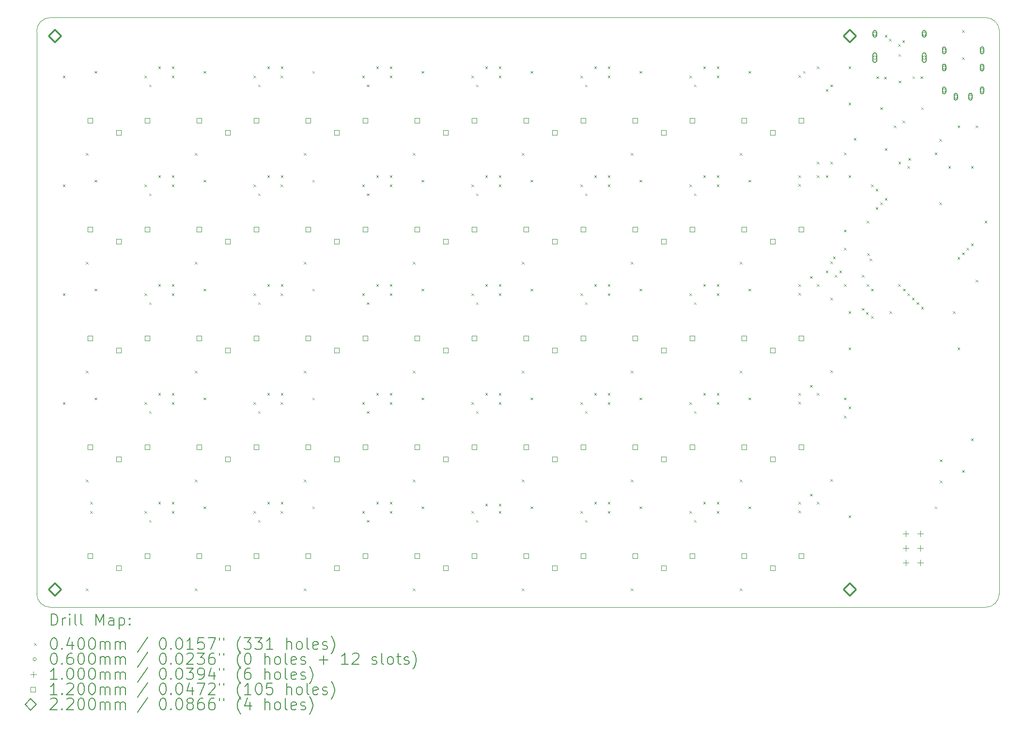
<source format=gbr>
%FSLAX45Y45*%
G04 Gerber Fmt 4.5, Leading zero omitted, Abs format (unit mm)*
G04 Created by KiCad (PCBNEW (6.0.6)) date 2022-08-12 02:15:31*
%MOMM*%
%LPD*%
G01*
G04 APERTURE LIST*
%TA.AperFunction,Profile*%
%ADD10C,0.100000*%
%TD*%
%ADD11C,0.200000*%
%ADD12C,0.040000*%
%ADD13C,0.060000*%
%ADD14C,0.100000*%
%ADD15C,0.120000*%
%ADD16C,0.220000*%
G04 APERTURE END LIST*
D10*
X5476875Y-3016250D02*
G75*
G03*
X5238750Y-3254375I-5J-238120D01*
G01*
X22066250Y-3254375D02*
G75*
G03*
X21828125Y-3016250I-238120J5D01*
G01*
X5238750Y-13097017D02*
X5238750Y-3254375D01*
X21825346Y-13335001D02*
G75*
G03*
X22063471Y-13096875I4J238121D01*
G01*
X5238758Y-13097017D02*
G75*
G03*
X5476875Y-13335142I238132J7D01*
G01*
X22066250Y-3254375D02*
X22063471Y-13096875D01*
X5476875Y-3016250D02*
X21828125Y-3016250D01*
X21825346Y-13335000D02*
X5476875Y-13335142D01*
D11*
D12*
X5695000Y-4028125D02*
X5735000Y-4068125D01*
X5735000Y-4028125D02*
X5695000Y-4068125D01*
X5695000Y-5933125D02*
X5735000Y-5973125D01*
X5735000Y-5933125D02*
X5695000Y-5973125D01*
X5695000Y-7838125D02*
X5735000Y-7878125D01*
X5735000Y-7838125D02*
X5695000Y-7878125D01*
X5695000Y-9743125D02*
X5735000Y-9783125D01*
X5735000Y-9743125D02*
X5695000Y-9783125D01*
X6098019Y-9193806D02*
X6138019Y-9233806D01*
X6138019Y-9193806D02*
X6098019Y-9233806D01*
X6098019Y-13003806D02*
X6138019Y-13043806D01*
X6138019Y-13003806D02*
X6098019Y-13043806D01*
X6098125Y-5383750D02*
X6138125Y-5423750D01*
X6138125Y-5383750D02*
X6098125Y-5423750D01*
X6098125Y-7288750D02*
X6138125Y-7328750D01*
X6138125Y-7288750D02*
X6098125Y-7328750D01*
X6098125Y-11098750D02*
X6138125Y-11138750D01*
X6138125Y-11098750D02*
X6098125Y-11138750D01*
X6171250Y-11489375D02*
X6211250Y-11529375D01*
X6211250Y-11489375D02*
X6171250Y-11529375D01*
X6171250Y-11648125D02*
X6211250Y-11688125D01*
X6211250Y-11648125D02*
X6171250Y-11688125D01*
X6250625Y-3948750D02*
X6290625Y-3988750D01*
X6290625Y-3948750D02*
X6250625Y-3988750D01*
X6250625Y-5853750D02*
X6290625Y-5893750D01*
X6290625Y-5853750D02*
X6250625Y-5893750D01*
X6250625Y-7758750D02*
X6290625Y-7798750D01*
X6290625Y-7758750D02*
X6250625Y-7798750D01*
X6250625Y-9663750D02*
X6290625Y-9703750D01*
X6290625Y-9663750D02*
X6250625Y-9703750D01*
X7123750Y-4028125D02*
X7163750Y-4068125D01*
X7163750Y-4028125D02*
X7123750Y-4068125D01*
X7123750Y-5933125D02*
X7163750Y-5973125D01*
X7163750Y-5933125D02*
X7123750Y-5973125D01*
X7123750Y-7838125D02*
X7163750Y-7878125D01*
X7163750Y-7838125D02*
X7123750Y-7878125D01*
X7123750Y-9743125D02*
X7163750Y-9783125D01*
X7163750Y-9743125D02*
X7123750Y-9783125D01*
X7123750Y-11648125D02*
X7163750Y-11688125D01*
X7163750Y-11648125D02*
X7123750Y-11688125D01*
X7203125Y-4186875D02*
X7243125Y-4226875D01*
X7243125Y-4186875D02*
X7203125Y-4226875D01*
X7203125Y-6091875D02*
X7243125Y-6131875D01*
X7243125Y-6091875D02*
X7203125Y-6131875D01*
X7203125Y-7996875D02*
X7243125Y-8036875D01*
X7243125Y-7996875D02*
X7203125Y-8036875D01*
X7203125Y-9901875D02*
X7243125Y-9941875D01*
X7243125Y-9901875D02*
X7203125Y-9941875D01*
X7203125Y-11806875D02*
X7243125Y-11846875D01*
X7243125Y-11806875D02*
X7203125Y-11846875D01*
X7361875Y-3869375D02*
X7401875Y-3909375D01*
X7401875Y-3869375D02*
X7361875Y-3909375D01*
X7361875Y-5774375D02*
X7401875Y-5814375D01*
X7401875Y-5774375D02*
X7361875Y-5814375D01*
X7361875Y-7679375D02*
X7401875Y-7719375D01*
X7401875Y-7679375D02*
X7361875Y-7719375D01*
X7361875Y-9584375D02*
X7401875Y-9624375D01*
X7401875Y-9584375D02*
X7361875Y-9624375D01*
X7361875Y-11489375D02*
X7401875Y-11529375D01*
X7401875Y-11489375D02*
X7361875Y-11529375D01*
X7600000Y-3869375D02*
X7640000Y-3909375D01*
X7640000Y-3869375D02*
X7600000Y-3909375D01*
X7600000Y-4028125D02*
X7640000Y-4068125D01*
X7640000Y-4028125D02*
X7600000Y-4068125D01*
X7600000Y-5774375D02*
X7640000Y-5814375D01*
X7640000Y-5774375D02*
X7600000Y-5814375D01*
X7600000Y-5933125D02*
X7640000Y-5973125D01*
X7640000Y-5933125D02*
X7600000Y-5973125D01*
X7600000Y-7679375D02*
X7640000Y-7719375D01*
X7640000Y-7679375D02*
X7600000Y-7719375D01*
X7600000Y-7838125D02*
X7640000Y-7878125D01*
X7640000Y-7838125D02*
X7600000Y-7878125D01*
X7600000Y-9584375D02*
X7640000Y-9624375D01*
X7640000Y-9584375D02*
X7600000Y-9624375D01*
X7600000Y-9743125D02*
X7640000Y-9783125D01*
X7640000Y-9743125D02*
X7600000Y-9783125D01*
X7600000Y-11489375D02*
X7640000Y-11529375D01*
X7640000Y-11489375D02*
X7600000Y-11529375D01*
X7600000Y-11648125D02*
X7640000Y-11688125D01*
X7640000Y-11648125D02*
X7600000Y-11688125D01*
X8003019Y-9193806D02*
X8043019Y-9233806D01*
X8043019Y-9193806D02*
X8003019Y-9233806D01*
X8003125Y-5383750D02*
X8043125Y-5423750D01*
X8043125Y-5383750D02*
X8003125Y-5423750D01*
X8003125Y-7288750D02*
X8043125Y-7328750D01*
X8043125Y-7288750D02*
X8003125Y-7328750D01*
X8003125Y-11098750D02*
X8043125Y-11138750D01*
X8043125Y-11098750D02*
X8003125Y-11138750D01*
X8003125Y-13003750D02*
X8043125Y-13043750D01*
X8043125Y-13003750D02*
X8003125Y-13043750D01*
X8155625Y-3948750D02*
X8195625Y-3988750D01*
X8195625Y-3948750D02*
X8155625Y-3988750D01*
X8155625Y-5853750D02*
X8195625Y-5893750D01*
X8195625Y-5853750D02*
X8155625Y-5893750D01*
X8155625Y-7758750D02*
X8195625Y-7798750D01*
X8195625Y-7758750D02*
X8155625Y-7798750D01*
X8155625Y-9663750D02*
X8195625Y-9703750D01*
X8195625Y-9663750D02*
X8155625Y-9703750D01*
X8155625Y-11568750D02*
X8195625Y-11608750D01*
X8195625Y-11568750D02*
X8155625Y-11608750D01*
X9028750Y-4028125D02*
X9068750Y-4068125D01*
X9068750Y-4028125D02*
X9028750Y-4068125D01*
X9028750Y-5933125D02*
X9068750Y-5973125D01*
X9068750Y-5933125D02*
X9028750Y-5973125D01*
X9028750Y-7838125D02*
X9068750Y-7878125D01*
X9068750Y-7838125D02*
X9028750Y-7878125D01*
X9028750Y-9743125D02*
X9068750Y-9783125D01*
X9068750Y-9743125D02*
X9028750Y-9783125D01*
X9028750Y-11648125D02*
X9068750Y-11688125D01*
X9068750Y-11648125D02*
X9028750Y-11688125D01*
X9108125Y-4186875D02*
X9148125Y-4226875D01*
X9148125Y-4186875D02*
X9108125Y-4226875D01*
X9108125Y-6091875D02*
X9148125Y-6131875D01*
X9148125Y-6091875D02*
X9108125Y-6131875D01*
X9108125Y-7996875D02*
X9148125Y-8036875D01*
X9148125Y-7996875D02*
X9108125Y-8036875D01*
X9108125Y-9901875D02*
X9148125Y-9941875D01*
X9148125Y-9901875D02*
X9108125Y-9941875D01*
X9108125Y-11806875D02*
X9148125Y-11846875D01*
X9148125Y-11806875D02*
X9108125Y-11846875D01*
X9266875Y-3869375D02*
X9306875Y-3909375D01*
X9306875Y-3869375D02*
X9266875Y-3909375D01*
X9266875Y-5774375D02*
X9306875Y-5814375D01*
X9306875Y-5774375D02*
X9266875Y-5814375D01*
X9266875Y-7679375D02*
X9306875Y-7719375D01*
X9306875Y-7679375D02*
X9266875Y-7719375D01*
X9266875Y-9584375D02*
X9306875Y-9624375D01*
X9306875Y-9584375D02*
X9266875Y-9624375D01*
X9266875Y-11489375D02*
X9306875Y-11529375D01*
X9306875Y-11489375D02*
X9266875Y-11529375D01*
X9499375Y-4028125D02*
X9539375Y-4068125D01*
X9539375Y-4028125D02*
X9499375Y-4068125D01*
X9499375Y-5933125D02*
X9539375Y-5973125D01*
X9539375Y-5933125D02*
X9499375Y-5973125D01*
X9499375Y-7838125D02*
X9539375Y-7878125D01*
X9539375Y-7838125D02*
X9499375Y-7878125D01*
X9499375Y-9743125D02*
X9539375Y-9783125D01*
X9539375Y-9743125D02*
X9499375Y-9783125D01*
X9499375Y-11648125D02*
X9539375Y-11688125D01*
X9539375Y-11648125D02*
X9499375Y-11688125D01*
X9505000Y-3869375D02*
X9545000Y-3909375D01*
X9545000Y-3869375D02*
X9505000Y-3909375D01*
X9505000Y-5774375D02*
X9545000Y-5814375D01*
X9545000Y-5774375D02*
X9505000Y-5814375D01*
X9505000Y-7679375D02*
X9545000Y-7719375D01*
X9545000Y-7679375D02*
X9505000Y-7719375D01*
X9505000Y-9584375D02*
X9545000Y-9624375D01*
X9545000Y-9584375D02*
X9505000Y-9624375D01*
X9505000Y-11489375D02*
X9545000Y-11529375D01*
X9545000Y-11489375D02*
X9505000Y-11529375D01*
X9908019Y-7288806D02*
X9948019Y-7328806D01*
X9948019Y-7288806D02*
X9908019Y-7328806D01*
X9908019Y-9193806D02*
X9948019Y-9233806D01*
X9948019Y-9193806D02*
X9908019Y-9233806D01*
X9908125Y-5383750D02*
X9948125Y-5423750D01*
X9948125Y-5383750D02*
X9908125Y-5423750D01*
X9908125Y-11098750D02*
X9948125Y-11138750D01*
X9948125Y-11098750D02*
X9908125Y-11138750D01*
X9908125Y-13003750D02*
X9948125Y-13043750D01*
X9948125Y-13003750D02*
X9908125Y-13043750D01*
X10055000Y-3948750D02*
X10095000Y-3988750D01*
X10095000Y-3948750D02*
X10055000Y-3988750D01*
X10055000Y-5853750D02*
X10095000Y-5893750D01*
X10095000Y-5853750D02*
X10055000Y-5893750D01*
X10055000Y-7758750D02*
X10095000Y-7798750D01*
X10095000Y-7758750D02*
X10055000Y-7798750D01*
X10055000Y-9663750D02*
X10095000Y-9703750D01*
X10095000Y-9663750D02*
X10055000Y-9703750D01*
X10055000Y-11568750D02*
X10095000Y-11608750D01*
X10095000Y-11568750D02*
X10055000Y-11608750D01*
X10928125Y-4028125D02*
X10968125Y-4068125D01*
X10968125Y-4028125D02*
X10928125Y-4068125D01*
X10928125Y-5933125D02*
X10968125Y-5973125D01*
X10968125Y-5933125D02*
X10928125Y-5973125D01*
X10928125Y-7838125D02*
X10968125Y-7878125D01*
X10968125Y-7838125D02*
X10928125Y-7878125D01*
X10928125Y-9743125D02*
X10968125Y-9783125D01*
X10968125Y-9743125D02*
X10928125Y-9783125D01*
X10928125Y-11648125D02*
X10968125Y-11688125D01*
X10968125Y-11648125D02*
X10928125Y-11688125D01*
X11007500Y-4186875D02*
X11047500Y-4226875D01*
X11047500Y-4186875D02*
X11007500Y-4226875D01*
X11007500Y-6091875D02*
X11047500Y-6131875D01*
X11047500Y-6091875D02*
X11007500Y-6131875D01*
X11007500Y-7996875D02*
X11047500Y-8036875D01*
X11047500Y-7996875D02*
X11007500Y-8036875D01*
X11007500Y-9901875D02*
X11047500Y-9941875D01*
X11047500Y-9901875D02*
X11007500Y-9941875D01*
X11007500Y-11806875D02*
X11047500Y-11846875D01*
X11047500Y-11806875D02*
X11007500Y-11846875D01*
X11171875Y-3869375D02*
X11211875Y-3909375D01*
X11211875Y-3869375D02*
X11171875Y-3909375D01*
X11171875Y-5774375D02*
X11211875Y-5814375D01*
X11211875Y-5774375D02*
X11171875Y-5814375D01*
X11171875Y-7679375D02*
X11211875Y-7719375D01*
X11211875Y-7679375D02*
X11171875Y-7719375D01*
X11171875Y-9584375D02*
X11211875Y-9624375D01*
X11211875Y-9584375D02*
X11171875Y-9624375D01*
X11171875Y-11489375D02*
X11211875Y-11529375D01*
X11211875Y-11489375D02*
X11171875Y-11529375D01*
X11410000Y-3869375D02*
X11450000Y-3909375D01*
X11450000Y-3869375D02*
X11410000Y-3909375D01*
X11410000Y-4028125D02*
X11450000Y-4068125D01*
X11450000Y-4028125D02*
X11410000Y-4068125D01*
X11410000Y-5774375D02*
X11450000Y-5814375D01*
X11450000Y-5774375D02*
X11410000Y-5814375D01*
X11410000Y-5933125D02*
X11450000Y-5973125D01*
X11450000Y-5933125D02*
X11410000Y-5973125D01*
X11410000Y-7679375D02*
X11450000Y-7719375D01*
X11450000Y-7679375D02*
X11410000Y-7719375D01*
X11410000Y-7838125D02*
X11450000Y-7878125D01*
X11450000Y-7838125D02*
X11410000Y-7878125D01*
X11410000Y-9584375D02*
X11450000Y-9624375D01*
X11450000Y-9584375D02*
X11410000Y-9624375D01*
X11410000Y-9743125D02*
X11450000Y-9783125D01*
X11450000Y-9743125D02*
X11410000Y-9783125D01*
X11410000Y-11489375D02*
X11450000Y-11529375D01*
X11450000Y-11489375D02*
X11410000Y-11529375D01*
X11410000Y-11648125D02*
X11450000Y-11688125D01*
X11450000Y-11648125D02*
X11410000Y-11688125D01*
X11813019Y-5383806D02*
X11853019Y-5423806D01*
X11853019Y-5383806D02*
X11813019Y-5423806D01*
X11813019Y-7288806D02*
X11853019Y-7328806D01*
X11853019Y-7288806D02*
X11813019Y-7328806D01*
X11813019Y-11098806D02*
X11853019Y-11138806D01*
X11853019Y-11098806D02*
X11813019Y-11138806D01*
X11813019Y-13003806D02*
X11853019Y-13043806D01*
X11853019Y-13003806D02*
X11813019Y-13043806D01*
X11813125Y-9193750D02*
X11853125Y-9233750D01*
X11853125Y-9193750D02*
X11813125Y-9233750D01*
X11965625Y-3948750D02*
X12005625Y-3988750D01*
X12005625Y-3948750D02*
X11965625Y-3988750D01*
X11965625Y-5853750D02*
X12005625Y-5893750D01*
X12005625Y-5853750D02*
X11965625Y-5893750D01*
X11965625Y-7758750D02*
X12005625Y-7798750D01*
X12005625Y-7758750D02*
X11965625Y-7798750D01*
X11965625Y-9663750D02*
X12005625Y-9703750D01*
X12005625Y-9663750D02*
X11965625Y-9703750D01*
X11965625Y-11568750D02*
X12005625Y-11608750D01*
X12005625Y-11568750D02*
X11965625Y-11608750D01*
X12838750Y-4028125D02*
X12878750Y-4068125D01*
X12878750Y-4028125D02*
X12838750Y-4068125D01*
X12838750Y-5933125D02*
X12878750Y-5973125D01*
X12878750Y-5933125D02*
X12838750Y-5973125D01*
X12838750Y-7838125D02*
X12878750Y-7878125D01*
X12878750Y-7838125D02*
X12838750Y-7878125D01*
X12838750Y-9743125D02*
X12878750Y-9783125D01*
X12878750Y-9743125D02*
X12838750Y-9783125D01*
X12838750Y-11648125D02*
X12878750Y-11688125D01*
X12878750Y-11648125D02*
X12838750Y-11688125D01*
X12918125Y-4186875D02*
X12958125Y-4226875D01*
X12958125Y-4186875D02*
X12918125Y-4226875D01*
X12918125Y-6091875D02*
X12958125Y-6131875D01*
X12958125Y-6091875D02*
X12918125Y-6131875D01*
X12918125Y-7996875D02*
X12958125Y-8036875D01*
X12958125Y-7996875D02*
X12918125Y-8036875D01*
X12918125Y-9901875D02*
X12958125Y-9941875D01*
X12958125Y-9901875D02*
X12918125Y-9941875D01*
X12918125Y-11806875D02*
X12958125Y-11846875D01*
X12958125Y-11806875D02*
X12918125Y-11846875D01*
X13076875Y-3869375D02*
X13116875Y-3909375D01*
X13116875Y-3869375D02*
X13076875Y-3909375D01*
X13076875Y-5774375D02*
X13116875Y-5814375D01*
X13116875Y-5774375D02*
X13076875Y-5814375D01*
X13076875Y-7679375D02*
X13116875Y-7719375D01*
X13116875Y-7679375D02*
X13076875Y-7719375D01*
X13076875Y-9584375D02*
X13116875Y-9624375D01*
X13116875Y-9584375D02*
X13076875Y-9624375D01*
X13076875Y-11523888D02*
X13116875Y-11563888D01*
X13116875Y-11523888D02*
X13076875Y-11563888D01*
X13315000Y-3869375D02*
X13355000Y-3909375D01*
X13355000Y-3869375D02*
X13315000Y-3909375D01*
X13315000Y-4028125D02*
X13355000Y-4068125D01*
X13355000Y-4028125D02*
X13315000Y-4068125D01*
X13315000Y-5774375D02*
X13355000Y-5814375D01*
X13355000Y-5774375D02*
X13315000Y-5814375D01*
X13315000Y-5933125D02*
X13355000Y-5973125D01*
X13355000Y-5933125D02*
X13315000Y-5973125D01*
X13315000Y-7679375D02*
X13355000Y-7719375D01*
X13355000Y-7679375D02*
X13315000Y-7719375D01*
X13315000Y-7838125D02*
X13355000Y-7878125D01*
X13355000Y-7838125D02*
X13315000Y-7878125D01*
X13315000Y-9584375D02*
X13355000Y-9624375D01*
X13355000Y-9584375D02*
X13315000Y-9624375D01*
X13315000Y-9743125D02*
X13355000Y-9783125D01*
X13355000Y-9743125D02*
X13315000Y-9783125D01*
X13315000Y-11523888D02*
X13355000Y-11563888D01*
X13355000Y-11523888D02*
X13315000Y-11563888D01*
X13315000Y-11648125D02*
X13355000Y-11688125D01*
X13355000Y-11648125D02*
X13315000Y-11688125D01*
X13718019Y-5383806D02*
X13758019Y-5423806D01*
X13758019Y-5383806D02*
X13718019Y-5423806D01*
X13718019Y-11098806D02*
X13758019Y-11138806D01*
X13758019Y-11098806D02*
X13718019Y-11138806D01*
X13718125Y-7288750D02*
X13758125Y-7328750D01*
X13758125Y-7288750D02*
X13718125Y-7328750D01*
X13718125Y-9193750D02*
X13758125Y-9233750D01*
X13758125Y-9193750D02*
X13718125Y-9233750D01*
X13718125Y-13003750D02*
X13758125Y-13043750D01*
X13758125Y-13003750D02*
X13718125Y-13043750D01*
X13870625Y-3948750D02*
X13910625Y-3988750D01*
X13910625Y-3948750D02*
X13870625Y-3988750D01*
X13870625Y-5853750D02*
X13910625Y-5893750D01*
X13910625Y-5853750D02*
X13870625Y-5893750D01*
X13870625Y-7758750D02*
X13910625Y-7798750D01*
X13910625Y-7758750D02*
X13870625Y-7798750D01*
X13870625Y-9663750D02*
X13910625Y-9703750D01*
X13910625Y-9663750D02*
X13870625Y-9703750D01*
X13870625Y-11568750D02*
X13910625Y-11608750D01*
X13910625Y-11568750D02*
X13870625Y-11608750D01*
X14743750Y-4028125D02*
X14783750Y-4068125D01*
X14783750Y-4028125D02*
X14743750Y-4068125D01*
X14743750Y-5933125D02*
X14783750Y-5973125D01*
X14783750Y-5933125D02*
X14743750Y-5973125D01*
X14743750Y-7838125D02*
X14783750Y-7878125D01*
X14783750Y-7838125D02*
X14743750Y-7878125D01*
X14743750Y-9743125D02*
X14783750Y-9783125D01*
X14783750Y-9743125D02*
X14743750Y-9783125D01*
X14743750Y-11648125D02*
X14783750Y-11688125D01*
X14783750Y-11648125D02*
X14743750Y-11688125D01*
X14823125Y-4186875D02*
X14863125Y-4226875D01*
X14863125Y-4186875D02*
X14823125Y-4226875D01*
X14823125Y-6091875D02*
X14863125Y-6131875D01*
X14863125Y-6091875D02*
X14823125Y-6131875D01*
X14823125Y-7996875D02*
X14863125Y-8036875D01*
X14863125Y-7996875D02*
X14823125Y-8036875D01*
X14823125Y-9901875D02*
X14863125Y-9941875D01*
X14863125Y-9901875D02*
X14823125Y-9941875D01*
X14823125Y-11806875D02*
X14863125Y-11846875D01*
X14863125Y-11806875D02*
X14823125Y-11846875D01*
X14981875Y-3869375D02*
X15021875Y-3909375D01*
X15021875Y-3869375D02*
X14981875Y-3909375D01*
X14981875Y-5774375D02*
X15021875Y-5814375D01*
X15021875Y-5774375D02*
X14981875Y-5814375D01*
X14981875Y-7679375D02*
X15021875Y-7719375D01*
X15021875Y-7679375D02*
X14981875Y-7719375D01*
X14981875Y-9584375D02*
X15021875Y-9624375D01*
X15021875Y-9584375D02*
X14981875Y-9624375D01*
X14981875Y-11489375D02*
X15021875Y-11529375D01*
X15021875Y-11489375D02*
X14981875Y-11529375D01*
X15220000Y-3869375D02*
X15260000Y-3909375D01*
X15260000Y-3869375D02*
X15220000Y-3909375D01*
X15220000Y-4028125D02*
X15260000Y-4068125D01*
X15260000Y-4028125D02*
X15220000Y-4068125D01*
X15220000Y-5774375D02*
X15260000Y-5814375D01*
X15260000Y-5774375D02*
X15220000Y-5814375D01*
X15220000Y-5933125D02*
X15260000Y-5973125D01*
X15260000Y-5933125D02*
X15220000Y-5973125D01*
X15220000Y-7679375D02*
X15260000Y-7719375D01*
X15260000Y-7679375D02*
X15220000Y-7719375D01*
X15220000Y-7838125D02*
X15260000Y-7878125D01*
X15260000Y-7838125D02*
X15220000Y-7878125D01*
X15220000Y-9584375D02*
X15260000Y-9624375D01*
X15260000Y-9584375D02*
X15220000Y-9624375D01*
X15220000Y-9743125D02*
X15260000Y-9783125D01*
X15260000Y-9743125D02*
X15220000Y-9783125D01*
X15220000Y-11489375D02*
X15260000Y-11529375D01*
X15260000Y-11489375D02*
X15220000Y-11529375D01*
X15220000Y-11648125D02*
X15260000Y-11688125D01*
X15260000Y-11648125D02*
X15220000Y-11688125D01*
X15623019Y-5383806D02*
X15663019Y-5423806D01*
X15663019Y-5383806D02*
X15623019Y-5423806D01*
X15623019Y-7288806D02*
X15663019Y-7328806D01*
X15663019Y-7288806D02*
X15623019Y-7328806D01*
X15623125Y-9193750D02*
X15663125Y-9233750D01*
X15663125Y-9193750D02*
X15623125Y-9233750D01*
X15623125Y-11098750D02*
X15663125Y-11138750D01*
X15663125Y-11098750D02*
X15623125Y-11138750D01*
X15623125Y-13003750D02*
X15663125Y-13043750D01*
X15663125Y-13003750D02*
X15623125Y-13043750D01*
X15775625Y-3948750D02*
X15815625Y-3988750D01*
X15815625Y-3948750D02*
X15775625Y-3988750D01*
X15775625Y-5853750D02*
X15815625Y-5893750D01*
X15815625Y-5853750D02*
X15775625Y-5893750D01*
X15775625Y-7758750D02*
X15815625Y-7798750D01*
X15815625Y-7758750D02*
X15775625Y-7798750D01*
X15775625Y-9663750D02*
X15815625Y-9703750D01*
X15815625Y-9663750D02*
X15775625Y-9703750D01*
X15775625Y-11568750D02*
X15815625Y-11608750D01*
X15815625Y-11568750D02*
X15775625Y-11608750D01*
X16648750Y-4028125D02*
X16688750Y-4068125D01*
X16688750Y-4028125D02*
X16648750Y-4068125D01*
X16648750Y-5933125D02*
X16688750Y-5973125D01*
X16688750Y-5933125D02*
X16648750Y-5973125D01*
X16648750Y-7838125D02*
X16688750Y-7878125D01*
X16688750Y-7838125D02*
X16648750Y-7878125D01*
X16648750Y-9743125D02*
X16688750Y-9783125D01*
X16688750Y-9743125D02*
X16648750Y-9783125D01*
X16648750Y-11648125D02*
X16688750Y-11688125D01*
X16688750Y-11648125D02*
X16648750Y-11688125D01*
X16728125Y-4186875D02*
X16768125Y-4226875D01*
X16768125Y-4186875D02*
X16728125Y-4226875D01*
X16728125Y-6091875D02*
X16768125Y-6131875D01*
X16768125Y-6091875D02*
X16728125Y-6131875D01*
X16728125Y-7996875D02*
X16768125Y-8036875D01*
X16768125Y-7996875D02*
X16728125Y-8036875D01*
X16728125Y-9901875D02*
X16768125Y-9941875D01*
X16768125Y-9901875D02*
X16728125Y-9941875D01*
X16728125Y-11806875D02*
X16768125Y-11846875D01*
X16768125Y-11806875D02*
X16728125Y-11846875D01*
X16886875Y-3869375D02*
X16926875Y-3909375D01*
X16926875Y-3869375D02*
X16886875Y-3909375D01*
X16886875Y-5774375D02*
X16926875Y-5814375D01*
X16926875Y-5774375D02*
X16886875Y-5814375D01*
X16886875Y-7679375D02*
X16926875Y-7719375D01*
X16926875Y-7679375D02*
X16886875Y-7719375D01*
X16886875Y-9584375D02*
X16926875Y-9624375D01*
X16926875Y-9584375D02*
X16886875Y-9624375D01*
X16886875Y-11489375D02*
X16926875Y-11529375D01*
X16926875Y-11489375D02*
X16886875Y-11529375D01*
X17125000Y-3869375D02*
X17165000Y-3909375D01*
X17165000Y-3869375D02*
X17125000Y-3909375D01*
X17125000Y-4028125D02*
X17165000Y-4068125D01*
X17165000Y-4028125D02*
X17125000Y-4068125D01*
X17125000Y-5774375D02*
X17165000Y-5814375D01*
X17165000Y-5774375D02*
X17125000Y-5814375D01*
X17125000Y-5933125D02*
X17165000Y-5973125D01*
X17165000Y-5933125D02*
X17125000Y-5973125D01*
X17125000Y-7679375D02*
X17165000Y-7719375D01*
X17165000Y-7679375D02*
X17125000Y-7719375D01*
X17125000Y-7838125D02*
X17165000Y-7878125D01*
X17165000Y-7838125D02*
X17125000Y-7878125D01*
X17125000Y-9584375D02*
X17165000Y-9624375D01*
X17165000Y-9584375D02*
X17125000Y-9624375D01*
X17125000Y-9743125D02*
X17165000Y-9783125D01*
X17165000Y-9743125D02*
X17125000Y-9783125D01*
X17125000Y-11489375D02*
X17165000Y-11529375D01*
X17165000Y-11489375D02*
X17125000Y-11529375D01*
X17125000Y-11648125D02*
X17165000Y-11688125D01*
X17165000Y-11648125D02*
X17125000Y-11688125D01*
X17528019Y-9193806D02*
X17568019Y-9233806D01*
X17568019Y-9193806D02*
X17528019Y-9233806D01*
X17528019Y-11098806D02*
X17568019Y-11138806D01*
X17568019Y-11098806D02*
X17528019Y-11138806D01*
X17528125Y-5383750D02*
X17568125Y-5423750D01*
X17568125Y-5383750D02*
X17528125Y-5423750D01*
X17528125Y-7288750D02*
X17568125Y-7328750D01*
X17568125Y-7288750D02*
X17528125Y-7328750D01*
X17528125Y-13003750D02*
X17568125Y-13043750D01*
X17568125Y-13003750D02*
X17528125Y-13043750D01*
X17680625Y-3948750D02*
X17720625Y-3988750D01*
X17720625Y-3948750D02*
X17680625Y-3988750D01*
X17680625Y-5853750D02*
X17720625Y-5893750D01*
X17720625Y-5853750D02*
X17680625Y-5893750D01*
X17680625Y-7758750D02*
X17720625Y-7798750D01*
X17720625Y-7758750D02*
X17680625Y-7798750D01*
X17680625Y-9663750D02*
X17720625Y-9703750D01*
X17720625Y-9663750D02*
X17680625Y-9703750D01*
X17680625Y-11568750D02*
X17720625Y-11608750D01*
X17720625Y-11568750D02*
X17680625Y-11608750D01*
X18549375Y-4023750D02*
X18589375Y-4063750D01*
X18589375Y-4023750D02*
X18549375Y-4063750D01*
X18549375Y-5928750D02*
X18589375Y-5968750D01*
X18589375Y-5928750D02*
X18549375Y-5968750D01*
X18549375Y-7833750D02*
X18589375Y-7873750D01*
X18589375Y-7833750D02*
X18549375Y-7873750D01*
X18549375Y-9738750D02*
X18589375Y-9778750D01*
X18589375Y-9738750D02*
X18549375Y-9778750D01*
X18549375Y-11643750D02*
X18589375Y-11683750D01*
X18589375Y-11643750D02*
X18549375Y-11683750D01*
X18553750Y-5774375D02*
X18593750Y-5814375D01*
X18593750Y-5774375D02*
X18553750Y-5814375D01*
X18553750Y-7679375D02*
X18593750Y-7719375D01*
X18593750Y-7679375D02*
X18553750Y-7719375D01*
X18553750Y-9584375D02*
X18593750Y-9624375D01*
X18593750Y-9584375D02*
X18553750Y-9624375D01*
X18553750Y-11489375D02*
X18593750Y-11529375D01*
X18593750Y-11489375D02*
X18553750Y-11529375D01*
X18633125Y-3948750D02*
X18673125Y-3988750D01*
X18673125Y-3948750D02*
X18633125Y-3988750D01*
X18753125Y-7538165D02*
X18793125Y-7578165D01*
X18793125Y-7538165D02*
X18753125Y-7578165D01*
X18753125Y-9443165D02*
X18793125Y-9483165D01*
X18793125Y-9443165D02*
X18753125Y-9483165D01*
X18753125Y-11348165D02*
X18793125Y-11388165D01*
X18793125Y-11348165D02*
X18753125Y-11388165D01*
X18871250Y-3869375D02*
X18911250Y-3909375D01*
X18911250Y-3869375D02*
X18871250Y-3909375D01*
X18871250Y-5536250D02*
X18911250Y-5576250D01*
X18911250Y-5536250D02*
X18871250Y-5576250D01*
X18871250Y-5774375D02*
X18911250Y-5814375D01*
X18911250Y-5774375D02*
X18871250Y-5814375D01*
X18871250Y-7679375D02*
X18911250Y-7719375D01*
X18911250Y-7679375D02*
X18871250Y-7719375D01*
X18871250Y-9584375D02*
X18911250Y-9624375D01*
X18911250Y-9584375D02*
X18871250Y-9624375D01*
X18871250Y-11489375D02*
X18911250Y-11529375D01*
X18911250Y-11489375D02*
X18871250Y-11529375D01*
X19030000Y-4266250D02*
X19070000Y-4306250D01*
X19070000Y-4266250D02*
X19030000Y-4306250D01*
X19030000Y-5774375D02*
X19070000Y-5814375D01*
X19070000Y-5774375D02*
X19030000Y-5814375D01*
X19030000Y-7441250D02*
X19070000Y-7481250D01*
X19070000Y-7441250D02*
X19030000Y-7481250D01*
X19109375Y-4186875D02*
X19149375Y-4226875D01*
X19149375Y-4186875D02*
X19109375Y-4226875D01*
X19109375Y-5536250D02*
X19149375Y-5576250D01*
X19149375Y-5536250D02*
X19109375Y-5576250D01*
X19109375Y-7282500D02*
X19149375Y-7322500D01*
X19149375Y-7282500D02*
X19109375Y-7322500D01*
X19109375Y-7917500D02*
X19149375Y-7957500D01*
X19149375Y-7917500D02*
X19109375Y-7957500D01*
X19109375Y-9187500D02*
X19149375Y-9227500D01*
X19149375Y-9187500D02*
X19109375Y-9227500D01*
X19109375Y-11092500D02*
X19149375Y-11132500D01*
X19149375Y-11092500D02*
X19109375Y-11132500D01*
X19158175Y-7195273D02*
X19198175Y-7235273D01*
X19198175Y-7195273D02*
X19158175Y-7235273D01*
X19188750Y-7520625D02*
X19228750Y-7560625D01*
X19228750Y-7520625D02*
X19188750Y-7560625D01*
X19268125Y-7441250D02*
X19308125Y-7481250D01*
X19308125Y-7441250D02*
X19268125Y-7481250D01*
X19347500Y-5377500D02*
X19387500Y-5417500D01*
X19387500Y-5377500D02*
X19347500Y-5417500D01*
X19347500Y-6726875D02*
X19387500Y-6766875D01*
X19387500Y-6726875D02*
X19347500Y-6766875D01*
X19347500Y-7044375D02*
X19387500Y-7084375D01*
X19387500Y-7044375D02*
X19347500Y-7084375D01*
X19347500Y-7679375D02*
X19387500Y-7719375D01*
X19387500Y-7679375D02*
X19347500Y-7719375D01*
X19347500Y-9663750D02*
X19387500Y-9703750D01*
X19387500Y-9663750D02*
X19347500Y-9703750D01*
X19347500Y-9981250D02*
X19387500Y-10021250D01*
X19387500Y-9981250D02*
X19347500Y-10021250D01*
X19426875Y-3869375D02*
X19466875Y-3909375D01*
X19466875Y-3869375D02*
X19426875Y-3909375D01*
X19426875Y-4504375D02*
X19466875Y-4544375D01*
X19466875Y-4504375D02*
X19426875Y-4544375D01*
X19426875Y-5774375D02*
X19466875Y-5814375D01*
X19466875Y-5774375D02*
X19426875Y-5814375D01*
X19426875Y-8155625D02*
X19466875Y-8195625D01*
X19466875Y-8155625D02*
X19426875Y-8195625D01*
X19426875Y-8790625D02*
X19466875Y-8830625D01*
X19466875Y-8790625D02*
X19426875Y-8830625D01*
X19426875Y-9822500D02*
X19466875Y-9862500D01*
X19466875Y-9822500D02*
X19426875Y-9862500D01*
X19426875Y-11727500D02*
X19466875Y-11767500D01*
X19466875Y-11727500D02*
X19426875Y-11767500D01*
X19521503Y-5124122D02*
X19561503Y-5164122D01*
X19561503Y-5124122D02*
X19521503Y-5164122D01*
X19658075Y-8097664D02*
X19698075Y-8137664D01*
X19698075Y-8097664D02*
X19658075Y-8137664D01*
X19663770Y-7519395D02*
X19703770Y-7559395D01*
X19703770Y-7519395D02*
X19663770Y-7559395D01*
X19732833Y-8167167D02*
X19772833Y-8207167D01*
X19772833Y-8167167D02*
X19732833Y-8207167D01*
X19744375Y-6568125D02*
X19784375Y-6608125D01*
X19784375Y-6568125D02*
X19744375Y-6608125D01*
X19744375Y-7679375D02*
X19784375Y-7719375D01*
X19784375Y-7679375D02*
X19744375Y-7719375D01*
X19755917Y-7135292D02*
X19795917Y-7175292D01*
X19795917Y-7135292D02*
X19755917Y-7175292D01*
X19794167Y-7227634D02*
X19834167Y-7267634D01*
X19834167Y-7227634D02*
X19794167Y-7267634D01*
X19823750Y-5933125D02*
X19863750Y-5973125D01*
X19863750Y-5933125D02*
X19823750Y-5973125D01*
X19823750Y-7758750D02*
X19863750Y-7798750D01*
X19863750Y-7758750D02*
X19823750Y-7798750D01*
X19823750Y-8235000D02*
X19863750Y-8275000D01*
X19863750Y-8235000D02*
X19823750Y-8275000D01*
X19903125Y-6012500D02*
X19943125Y-6052500D01*
X19943125Y-6012500D02*
X19903125Y-6052500D01*
X19903125Y-6330000D02*
X19943125Y-6370000D01*
X19943125Y-6330000D02*
X19903125Y-6370000D01*
X19912000Y-4041375D02*
X19952000Y-4081375D01*
X19952000Y-4041375D02*
X19912000Y-4081375D01*
X19982500Y-4583750D02*
X20022500Y-4623750D01*
X20022500Y-4583750D02*
X19982500Y-4623750D01*
X19982500Y-6250625D02*
X20022500Y-6290625D01*
X20022500Y-6250625D02*
X19982500Y-6290625D01*
X20052550Y-4050250D02*
X20092550Y-4090250D01*
X20092550Y-4050250D02*
X20052550Y-4090250D01*
X20061875Y-3318125D02*
X20101875Y-3358125D01*
X20101875Y-3318125D02*
X20061875Y-3358125D01*
X20061875Y-5298125D02*
X20101875Y-5338125D01*
X20101875Y-5298125D02*
X20061875Y-5338125D01*
X20061875Y-6171250D02*
X20101875Y-6211250D01*
X20101875Y-6171250D02*
X20061875Y-6211250D01*
X20133160Y-3389410D02*
X20173160Y-3429410D01*
X20173160Y-3389410D02*
X20133160Y-3429410D01*
X20141250Y-8155625D02*
X20181250Y-8195625D01*
X20181250Y-8155625D02*
X20141250Y-8195625D01*
X20220625Y-4901250D02*
X20260625Y-4941250D01*
X20260625Y-4901250D02*
X20220625Y-4941250D01*
X20297157Y-3481492D02*
X20337157Y-3521492D01*
X20337157Y-3481492D02*
X20297157Y-3521492D01*
X20298745Y-7679375D02*
X20338745Y-7719375D01*
X20338745Y-7679375D02*
X20298745Y-7719375D01*
X20300000Y-3653375D02*
X20340000Y-3693375D01*
X20340000Y-3653375D02*
X20300000Y-3693375D01*
X20300000Y-5536250D02*
X20340000Y-5576250D01*
X20340000Y-5536250D02*
X20300000Y-5576250D01*
X20302550Y-4118800D02*
X20342550Y-4158800D01*
X20342550Y-4118800D02*
X20302550Y-4158800D01*
X20367833Y-3409042D02*
X20407833Y-3449042D01*
X20407833Y-3409042D02*
X20367833Y-3449042D01*
X20375000Y-4817500D02*
X20415000Y-4857500D01*
X20415000Y-4817500D02*
X20375000Y-4857500D01*
X20379375Y-7758750D02*
X20419375Y-7798750D01*
X20419375Y-7758750D02*
X20379375Y-7798750D01*
X20458750Y-5615625D02*
X20498750Y-5655625D01*
X20498750Y-5615625D02*
X20458750Y-5655625D01*
X20458750Y-7838125D02*
X20498750Y-7878125D01*
X20498750Y-7838125D02*
X20458750Y-7878125D01*
X20474375Y-5472500D02*
X20514375Y-5512500D01*
X20514375Y-5472500D02*
X20474375Y-5512500D01*
X20538125Y-7917500D02*
X20578125Y-7957500D01*
X20578125Y-7917500D02*
X20538125Y-7957500D01*
X20545000Y-4043375D02*
X20585000Y-4083375D01*
X20585000Y-4043375D02*
X20545000Y-4083375D01*
X20617500Y-7996875D02*
X20657500Y-8036875D01*
X20657500Y-7996875D02*
X20617500Y-8036875D01*
X20688000Y-4041375D02*
X20728000Y-4081375D01*
X20728000Y-4041375D02*
X20688000Y-4081375D01*
X20696875Y-4583750D02*
X20736875Y-4623750D01*
X20736875Y-4583750D02*
X20696875Y-4623750D01*
X20696875Y-8076250D02*
X20736875Y-8116250D01*
X20736875Y-8076250D02*
X20696875Y-8116250D01*
X20935000Y-5377500D02*
X20975000Y-5417500D01*
X20975000Y-5377500D02*
X20935000Y-5417500D01*
X20935000Y-11568750D02*
X20975000Y-11608750D01*
X20975000Y-11568750D02*
X20935000Y-11608750D01*
X21014375Y-5139375D02*
X21054375Y-5179375D01*
X21054375Y-5139375D02*
X21014375Y-5179375D01*
X21014375Y-6250625D02*
X21054375Y-6290625D01*
X21054375Y-6250625D02*
X21014375Y-6290625D01*
X21024086Y-11119091D02*
X21064086Y-11159091D01*
X21064086Y-11119091D02*
X21024086Y-11159091D01*
X21025625Y-10748750D02*
X21065625Y-10788750D01*
X21065625Y-10748750D02*
X21025625Y-10788750D01*
X21173125Y-5615625D02*
X21213125Y-5655625D01*
X21213125Y-5615625D02*
X21173125Y-5655625D01*
X21252500Y-8155625D02*
X21292500Y-8195625D01*
X21292500Y-8155625D02*
X21252500Y-8195625D01*
X21331875Y-4901250D02*
X21371875Y-4941250D01*
X21371875Y-4901250D02*
X21331875Y-4941250D01*
X21331875Y-7203125D02*
X21371875Y-7243125D01*
X21371875Y-7203125D02*
X21331875Y-7243125D01*
X21331875Y-8790625D02*
X21371875Y-8830625D01*
X21371875Y-8790625D02*
X21331875Y-8830625D01*
X21411250Y-3234375D02*
X21451250Y-3274375D01*
X21451250Y-3234375D02*
X21411250Y-3274375D01*
X21411250Y-3710625D02*
X21451250Y-3750625D01*
X21451250Y-3710625D02*
X21411250Y-3750625D01*
X21411250Y-7123750D02*
X21451250Y-7163750D01*
X21451250Y-7123750D02*
X21411250Y-7163750D01*
X21411250Y-10933750D02*
X21451250Y-10973750D01*
X21451250Y-10933750D02*
X21411250Y-10973750D01*
X21490625Y-7044375D02*
X21530625Y-7084375D01*
X21530625Y-7044375D02*
X21490625Y-7084375D01*
X21570000Y-5615625D02*
X21610000Y-5655625D01*
X21610000Y-5615625D02*
X21570000Y-5655625D01*
X21570000Y-6965000D02*
X21610000Y-7005000D01*
X21610000Y-6965000D02*
X21570000Y-7005000D01*
X21570000Y-10378125D02*
X21610000Y-10418125D01*
X21610000Y-10378125D02*
X21570000Y-10418125D01*
X21649375Y-4901250D02*
X21689375Y-4941250D01*
X21689375Y-4901250D02*
X21649375Y-4941250D01*
X21649375Y-7600000D02*
X21689375Y-7640000D01*
X21689375Y-7600000D02*
X21649375Y-7640000D01*
X21808125Y-6568125D02*
X21848125Y-6608125D01*
X21848125Y-6568125D02*
X21808125Y-6608125D01*
D13*
X19918000Y-3298375D02*
G75*
G03*
X19918000Y-3298375I-30000J0D01*
G01*
D11*
X19918000Y-3328375D02*
X19918000Y-3268375D01*
X19858000Y-3328375D02*
X19858000Y-3268375D01*
X19918000Y-3268375D02*
G75*
G03*
X19858000Y-3268375I-30000J0D01*
G01*
X19858000Y-3328375D02*
G75*
G03*
X19918000Y-3328375I30000J0D01*
G01*
D13*
X19918000Y-3716375D02*
G75*
G03*
X19918000Y-3716375I-30000J0D01*
G01*
D11*
X19918000Y-3771375D02*
X19918000Y-3661375D01*
X19858000Y-3771375D02*
X19858000Y-3661375D01*
X19918000Y-3661375D02*
G75*
G03*
X19858000Y-3661375I-30000J0D01*
G01*
X19858000Y-3771375D02*
G75*
G03*
X19918000Y-3771375I30000J0D01*
G01*
D13*
X20782000Y-3298375D02*
G75*
G03*
X20782000Y-3298375I-30000J0D01*
G01*
D11*
X20782000Y-3328375D02*
X20782000Y-3268375D01*
X20722000Y-3328375D02*
X20722000Y-3268375D01*
X20782000Y-3268375D02*
G75*
G03*
X20722000Y-3268375I-30000J0D01*
G01*
X20722000Y-3328375D02*
G75*
G03*
X20782000Y-3328375I30000J0D01*
G01*
D13*
X20782000Y-3716375D02*
G75*
G03*
X20782000Y-3716375I-30000J0D01*
G01*
D11*
X20782000Y-3771375D02*
X20782000Y-3661375D01*
X20722000Y-3771375D02*
X20722000Y-3661375D01*
X20782000Y-3661375D02*
G75*
G03*
X20722000Y-3661375I-30000J0D01*
G01*
X20722000Y-3771375D02*
G75*
G03*
X20782000Y-3771375I30000J0D01*
G01*
D13*
X21129650Y-3589375D02*
G75*
G03*
X21129650Y-3589375I-30000J0D01*
G01*
D11*
X21129650Y-3619375D02*
X21129650Y-3559375D01*
X21069650Y-3619375D02*
X21069650Y-3559375D01*
X21129650Y-3559375D02*
G75*
G03*
X21069650Y-3559375I-30000J0D01*
G01*
X21069650Y-3619375D02*
G75*
G03*
X21129650Y-3619375I30000J0D01*
G01*
D13*
X21129650Y-3889375D02*
G75*
G03*
X21129650Y-3889375I-30000J0D01*
G01*
D11*
X21129650Y-3919375D02*
X21129650Y-3859375D01*
X21069650Y-3919375D02*
X21069650Y-3859375D01*
X21129650Y-3859375D02*
G75*
G03*
X21069650Y-3859375I-30000J0D01*
G01*
X21069650Y-3919375D02*
G75*
G03*
X21129650Y-3919375I30000J0D01*
G01*
D13*
X21129650Y-4289375D02*
G75*
G03*
X21129650Y-4289375I-30000J0D01*
G01*
D11*
X21129650Y-4319375D02*
X21129650Y-4259375D01*
X21069650Y-4319375D02*
X21069650Y-4259375D01*
X21129650Y-4259375D02*
G75*
G03*
X21069650Y-4259375I-30000J0D01*
G01*
X21069650Y-4319375D02*
G75*
G03*
X21129650Y-4319375I30000J0D01*
G01*
D13*
X21332850Y-4399375D02*
G75*
G03*
X21332850Y-4399375I-30000J0D01*
G01*
D11*
X21272850Y-4369375D02*
X21272850Y-4429375D01*
X21332850Y-4369375D02*
X21332850Y-4429375D01*
X21272850Y-4429375D02*
G75*
G03*
X21332850Y-4429375I30000J0D01*
G01*
X21332850Y-4369375D02*
G75*
G03*
X21272850Y-4369375I-30000J0D01*
G01*
D13*
X21589650Y-4399375D02*
G75*
G03*
X21589650Y-4399375I-30000J0D01*
G01*
D11*
X21589650Y-4429375D02*
X21589650Y-4369375D01*
X21529650Y-4429375D02*
X21529650Y-4369375D01*
X21589650Y-4369375D02*
G75*
G03*
X21529650Y-4369375I-30000J0D01*
G01*
X21529650Y-4429375D02*
G75*
G03*
X21589650Y-4429375I30000J0D01*
G01*
D13*
X21792850Y-3589375D02*
G75*
G03*
X21792850Y-3589375I-30000J0D01*
G01*
D11*
X21732850Y-3559375D02*
X21732850Y-3619375D01*
X21792850Y-3559375D02*
X21792850Y-3619375D01*
X21732850Y-3619375D02*
G75*
G03*
X21792850Y-3619375I30000J0D01*
G01*
X21792850Y-3559375D02*
G75*
G03*
X21732850Y-3559375I-30000J0D01*
G01*
D13*
X21792850Y-3889375D02*
G75*
G03*
X21792850Y-3889375I-30000J0D01*
G01*
D11*
X21732850Y-3859375D02*
X21732850Y-3919375D01*
X21792850Y-3859375D02*
X21792850Y-3919375D01*
X21732850Y-3919375D02*
G75*
G03*
X21792850Y-3919375I30000J0D01*
G01*
X21792850Y-3859375D02*
G75*
G03*
X21732850Y-3859375I-30000J0D01*
G01*
D13*
X21792850Y-4289375D02*
G75*
G03*
X21792850Y-4289375I-30000J0D01*
G01*
D11*
X21732850Y-4259375D02*
X21732850Y-4319375D01*
X21792850Y-4259375D02*
X21792850Y-4319375D01*
X21732850Y-4319375D02*
G75*
G03*
X21792850Y-4319375I30000J0D01*
G01*
X21792850Y-4259375D02*
G75*
G03*
X21732850Y-4259375I-30000J0D01*
G01*
D14*
X20431125Y-11999125D02*
X20431125Y-12099125D01*
X20381125Y-12049125D02*
X20481125Y-12049125D01*
X20431125Y-12253125D02*
X20431125Y-12353125D01*
X20381125Y-12303125D02*
X20481125Y-12303125D01*
X20431125Y-12507125D02*
X20431125Y-12607125D01*
X20381125Y-12557125D02*
X20481125Y-12557125D01*
X20685125Y-11999125D02*
X20685125Y-12099125D01*
X20635125Y-12049125D02*
X20735125Y-12049125D01*
X20685125Y-12253125D02*
X20685125Y-12353125D01*
X20635125Y-12303125D02*
X20735125Y-12303125D01*
X20685125Y-12507125D02*
X20685125Y-12607125D01*
X20635125Y-12557125D02*
X20735125Y-12557125D01*
D15*
X6216802Y-4861177D02*
X6216802Y-4776323D01*
X6131948Y-4776323D01*
X6131948Y-4861177D01*
X6216802Y-4861177D01*
X6216802Y-6766177D02*
X6216802Y-6681323D01*
X6131948Y-6681323D01*
X6131948Y-6766177D01*
X6216802Y-6766177D01*
X6216802Y-8671177D02*
X6216802Y-8586323D01*
X6131948Y-8586323D01*
X6131948Y-8671177D01*
X6216802Y-8671177D01*
X6216802Y-10576177D02*
X6216802Y-10491323D01*
X6131948Y-10491323D01*
X6131948Y-10576177D01*
X6216802Y-10576177D01*
X6216802Y-12481177D02*
X6216802Y-12396323D01*
X6131948Y-12396323D01*
X6131948Y-12481177D01*
X6216802Y-12481177D01*
X6716802Y-5071177D02*
X6716802Y-4986323D01*
X6631948Y-4986323D01*
X6631948Y-5071177D01*
X6716802Y-5071177D01*
X6716802Y-6976177D02*
X6716802Y-6891323D01*
X6631948Y-6891323D01*
X6631948Y-6976177D01*
X6716802Y-6976177D01*
X6716802Y-8881177D02*
X6716802Y-8796323D01*
X6631948Y-8796323D01*
X6631948Y-8881177D01*
X6716802Y-8881177D01*
X6716802Y-10786177D02*
X6716802Y-10701323D01*
X6631948Y-10701323D01*
X6631948Y-10786177D01*
X6716802Y-10786177D01*
X6716802Y-12691177D02*
X6716802Y-12606323D01*
X6631948Y-12606323D01*
X6631948Y-12691177D01*
X6716802Y-12691177D01*
X7216802Y-4861177D02*
X7216802Y-4776323D01*
X7131948Y-4776323D01*
X7131948Y-4861177D01*
X7216802Y-4861177D01*
X7216802Y-6766177D02*
X7216802Y-6681323D01*
X7131948Y-6681323D01*
X7131948Y-6766177D01*
X7216802Y-6766177D01*
X7216802Y-8671177D02*
X7216802Y-8586323D01*
X7131948Y-8586323D01*
X7131948Y-8671177D01*
X7216802Y-8671177D01*
X7216802Y-10576177D02*
X7216802Y-10491323D01*
X7131948Y-10491323D01*
X7131948Y-10576177D01*
X7216802Y-10576177D01*
X7216802Y-12481177D02*
X7216802Y-12396323D01*
X7131948Y-12396323D01*
X7131948Y-12481177D01*
X7216802Y-12481177D01*
X8121802Y-4861177D02*
X8121802Y-4776323D01*
X8036948Y-4776323D01*
X8036948Y-4861177D01*
X8121802Y-4861177D01*
X8121802Y-6766177D02*
X8121802Y-6681323D01*
X8036948Y-6681323D01*
X8036948Y-6766177D01*
X8121802Y-6766177D01*
X8121802Y-8671177D02*
X8121802Y-8586323D01*
X8036948Y-8586323D01*
X8036948Y-8671177D01*
X8121802Y-8671177D01*
X8121802Y-10576177D02*
X8121802Y-10491323D01*
X8036948Y-10491323D01*
X8036948Y-10576177D01*
X8121802Y-10576177D01*
X8121802Y-12481177D02*
X8121802Y-12396323D01*
X8036948Y-12396323D01*
X8036948Y-12481177D01*
X8121802Y-12481177D01*
X8621802Y-5071177D02*
X8621802Y-4986323D01*
X8536948Y-4986323D01*
X8536948Y-5071177D01*
X8621802Y-5071177D01*
X8621802Y-6976177D02*
X8621802Y-6891323D01*
X8536948Y-6891323D01*
X8536948Y-6976177D01*
X8621802Y-6976177D01*
X8621802Y-8881177D02*
X8621802Y-8796323D01*
X8536948Y-8796323D01*
X8536948Y-8881177D01*
X8621802Y-8881177D01*
X8621802Y-10786177D02*
X8621802Y-10701323D01*
X8536948Y-10701323D01*
X8536948Y-10786177D01*
X8621802Y-10786177D01*
X8621802Y-12691177D02*
X8621802Y-12606323D01*
X8536948Y-12606323D01*
X8536948Y-12691177D01*
X8621802Y-12691177D01*
X9121802Y-4861177D02*
X9121802Y-4776323D01*
X9036948Y-4776323D01*
X9036948Y-4861177D01*
X9121802Y-4861177D01*
X9121802Y-6766177D02*
X9121802Y-6681323D01*
X9036948Y-6681323D01*
X9036948Y-6766177D01*
X9121802Y-6766177D01*
X9121802Y-8671177D02*
X9121802Y-8586323D01*
X9036948Y-8586323D01*
X9036948Y-8671177D01*
X9121802Y-8671177D01*
X9121802Y-10576177D02*
X9121802Y-10491323D01*
X9036948Y-10491323D01*
X9036948Y-10576177D01*
X9121802Y-10576177D01*
X9121802Y-12481177D02*
X9121802Y-12396323D01*
X9036948Y-12396323D01*
X9036948Y-12481177D01*
X9121802Y-12481177D01*
X10021177Y-4861177D02*
X10021177Y-4776323D01*
X9936323Y-4776323D01*
X9936323Y-4861177D01*
X10021177Y-4861177D01*
X10021177Y-6766177D02*
X10021177Y-6681323D01*
X9936323Y-6681323D01*
X9936323Y-6766177D01*
X10021177Y-6766177D01*
X10021177Y-8671177D02*
X10021177Y-8586323D01*
X9936323Y-8586323D01*
X9936323Y-8671177D01*
X10021177Y-8671177D01*
X10021177Y-10576177D02*
X10021177Y-10491323D01*
X9936323Y-10491323D01*
X9936323Y-10576177D01*
X10021177Y-10576177D01*
X10021177Y-12481177D02*
X10021177Y-12396323D01*
X9936323Y-12396323D01*
X9936323Y-12481177D01*
X10021177Y-12481177D01*
X10521177Y-5071177D02*
X10521177Y-4986323D01*
X10436323Y-4986323D01*
X10436323Y-5071177D01*
X10521177Y-5071177D01*
X10521177Y-6976177D02*
X10521177Y-6891323D01*
X10436323Y-6891323D01*
X10436323Y-6976177D01*
X10521177Y-6976177D01*
X10521177Y-8881177D02*
X10521177Y-8796323D01*
X10436323Y-8796323D01*
X10436323Y-8881177D01*
X10521177Y-8881177D01*
X10521177Y-10786177D02*
X10521177Y-10701323D01*
X10436323Y-10701323D01*
X10436323Y-10786177D01*
X10521177Y-10786177D01*
X10521177Y-12691177D02*
X10521177Y-12606323D01*
X10436323Y-12606323D01*
X10436323Y-12691177D01*
X10521177Y-12691177D01*
X11021177Y-4861177D02*
X11021177Y-4776323D01*
X10936323Y-4776323D01*
X10936323Y-4861177D01*
X11021177Y-4861177D01*
X11021177Y-6766177D02*
X11021177Y-6681323D01*
X10936323Y-6681323D01*
X10936323Y-6766177D01*
X11021177Y-6766177D01*
X11021177Y-8671177D02*
X11021177Y-8586323D01*
X10936323Y-8586323D01*
X10936323Y-8671177D01*
X11021177Y-8671177D01*
X11021177Y-10576177D02*
X11021177Y-10491323D01*
X10936323Y-10491323D01*
X10936323Y-10576177D01*
X11021177Y-10576177D01*
X11021177Y-12481177D02*
X11021177Y-12396323D01*
X10936323Y-12396323D01*
X10936323Y-12481177D01*
X11021177Y-12481177D01*
X11931802Y-4861177D02*
X11931802Y-4776323D01*
X11846948Y-4776323D01*
X11846948Y-4861177D01*
X11931802Y-4861177D01*
X11931802Y-6766177D02*
X11931802Y-6681323D01*
X11846948Y-6681323D01*
X11846948Y-6766177D01*
X11931802Y-6766177D01*
X11931802Y-8671177D02*
X11931802Y-8586323D01*
X11846948Y-8586323D01*
X11846948Y-8671177D01*
X11931802Y-8671177D01*
X11931802Y-10576177D02*
X11931802Y-10491323D01*
X11846948Y-10491323D01*
X11846948Y-10576177D01*
X11931802Y-10576177D01*
X11931802Y-12481177D02*
X11931802Y-12396323D01*
X11846948Y-12396323D01*
X11846948Y-12481177D01*
X11931802Y-12481177D01*
X12431802Y-5071177D02*
X12431802Y-4986323D01*
X12346948Y-4986323D01*
X12346948Y-5071177D01*
X12431802Y-5071177D01*
X12431802Y-6976177D02*
X12431802Y-6891323D01*
X12346948Y-6891323D01*
X12346948Y-6976177D01*
X12431802Y-6976177D01*
X12431802Y-8881177D02*
X12431802Y-8796323D01*
X12346948Y-8796323D01*
X12346948Y-8881177D01*
X12431802Y-8881177D01*
X12431802Y-10786177D02*
X12431802Y-10701323D01*
X12346948Y-10701323D01*
X12346948Y-10786177D01*
X12431802Y-10786177D01*
X12431802Y-12691177D02*
X12431802Y-12606323D01*
X12346948Y-12606323D01*
X12346948Y-12691177D01*
X12431802Y-12691177D01*
X12931802Y-4861177D02*
X12931802Y-4776323D01*
X12846948Y-4776323D01*
X12846948Y-4861177D01*
X12931802Y-4861177D01*
X12931802Y-6766177D02*
X12931802Y-6681323D01*
X12846948Y-6681323D01*
X12846948Y-6766177D01*
X12931802Y-6766177D01*
X12931802Y-8671177D02*
X12931802Y-8586323D01*
X12846948Y-8586323D01*
X12846948Y-8671177D01*
X12931802Y-8671177D01*
X12931802Y-10576177D02*
X12931802Y-10491323D01*
X12846948Y-10491323D01*
X12846948Y-10576177D01*
X12931802Y-10576177D01*
X12931802Y-12481177D02*
X12931802Y-12396323D01*
X12846948Y-12396323D01*
X12846948Y-12481177D01*
X12931802Y-12481177D01*
X13836452Y-4861175D02*
X13836452Y-4776321D01*
X13751598Y-4776321D01*
X13751598Y-4861175D01*
X13836452Y-4861175D01*
X13836618Y-6766189D02*
X13836618Y-6681336D01*
X13751765Y-6681336D01*
X13751765Y-6766189D01*
X13836618Y-6766189D01*
X13836670Y-12481315D02*
X13836670Y-12396461D01*
X13751816Y-12396461D01*
X13751816Y-12481315D01*
X13836670Y-12481315D01*
X13836766Y-8671129D02*
X13836766Y-8586275D01*
X13751912Y-8586275D01*
X13751912Y-8671129D01*
X13836766Y-8671129D01*
X13836802Y-10576058D02*
X13836802Y-10491205D01*
X13751948Y-10491205D01*
X13751948Y-10576058D01*
X13836802Y-10576058D01*
X14336452Y-5071175D02*
X14336452Y-4986321D01*
X14251598Y-4986321D01*
X14251598Y-5071175D01*
X14336452Y-5071175D01*
X14336618Y-6976189D02*
X14336618Y-6891336D01*
X14251765Y-6891336D01*
X14251765Y-6976189D01*
X14336618Y-6976189D01*
X14336670Y-12691315D02*
X14336670Y-12606461D01*
X14251816Y-12606461D01*
X14251816Y-12691315D01*
X14336670Y-12691315D01*
X14336766Y-8881129D02*
X14336766Y-8796275D01*
X14251912Y-8796275D01*
X14251912Y-8881129D01*
X14336766Y-8881129D01*
X14336802Y-10786058D02*
X14336802Y-10701205D01*
X14251948Y-10701205D01*
X14251948Y-10786058D01*
X14336802Y-10786058D01*
X14836452Y-4861175D02*
X14836452Y-4776321D01*
X14751598Y-4776321D01*
X14751598Y-4861175D01*
X14836452Y-4861175D01*
X14836618Y-6766189D02*
X14836618Y-6681336D01*
X14751765Y-6681336D01*
X14751765Y-6766189D01*
X14836618Y-6766189D01*
X14836670Y-12481315D02*
X14836670Y-12396461D01*
X14751816Y-12396461D01*
X14751816Y-12481315D01*
X14836670Y-12481315D01*
X14836766Y-8671129D02*
X14836766Y-8586275D01*
X14751912Y-8586275D01*
X14751912Y-8671129D01*
X14836766Y-8671129D01*
X14836802Y-10576058D02*
X14836802Y-10491205D01*
X14751948Y-10491205D01*
X14751948Y-10576058D01*
X14836802Y-10576058D01*
X15741448Y-4861132D02*
X15741448Y-4776278D01*
X15656595Y-4776278D01*
X15656595Y-4861132D01*
X15741448Y-4861132D01*
X15741546Y-6766247D02*
X15741546Y-6681394D01*
X15656693Y-6681394D01*
X15656693Y-6766247D01*
X15741546Y-6766247D01*
X15741571Y-12481267D02*
X15741571Y-12396414D01*
X15656718Y-12396414D01*
X15656718Y-12481267D01*
X15741571Y-12481267D01*
X15741719Y-8671072D02*
X15741719Y-8586219D01*
X15656866Y-8586219D01*
X15656866Y-8671072D01*
X15741719Y-8671072D01*
X15741802Y-10576098D02*
X15741802Y-10491244D01*
X15656948Y-10491244D01*
X15656948Y-10576098D01*
X15741802Y-10576098D01*
X16241448Y-5071132D02*
X16241448Y-4986278D01*
X16156595Y-4986278D01*
X16156595Y-5071132D01*
X16241448Y-5071132D01*
X16241546Y-6976247D02*
X16241546Y-6891394D01*
X16156693Y-6891394D01*
X16156693Y-6976247D01*
X16241546Y-6976247D01*
X16241571Y-12691267D02*
X16241571Y-12606414D01*
X16156718Y-12606414D01*
X16156718Y-12691267D01*
X16241571Y-12691267D01*
X16241719Y-8881072D02*
X16241719Y-8796219D01*
X16156866Y-8796219D01*
X16156866Y-8881072D01*
X16241719Y-8881072D01*
X16241802Y-10786098D02*
X16241802Y-10701244D01*
X16156948Y-10701244D01*
X16156948Y-10786098D01*
X16241802Y-10786098D01*
X16741448Y-4861132D02*
X16741448Y-4776278D01*
X16656595Y-4776278D01*
X16656595Y-4861132D01*
X16741448Y-4861132D01*
X16741546Y-6766247D02*
X16741546Y-6681394D01*
X16656693Y-6681394D01*
X16656693Y-6766247D01*
X16741546Y-6766247D01*
X16741571Y-12481267D02*
X16741571Y-12396414D01*
X16656718Y-12396414D01*
X16656718Y-12481267D01*
X16741571Y-12481267D01*
X16741719Y-8671072D02*
X16741719Y-8586219D01*
X16656866Y-8586219D01*
X16656866Y-8671072D01*
X16741719Y-8671072D01*
X16741802Y-10576098D02*
X16741802Y-10491244D01*
X16656948Y-10491244D01*
X16656948Y-10576098D01*
X16741802Y-10576098D01*
X17646558Y-4861177D02*
X17646558Y-4776323D01*
X17561704Y-4776323D01*
X17561704Y-4861177D01*
X17646558Y-4861177D01*
X17646558Y-6766177D02*
X17646558Y-6681323D01*
X17561704Y-6681323D01*
X17561704Y-6766177D01*
X17646558Y-6766177D01*
X17646558Y-8671177D02*
X17646558Y-8586323D01*
X17561704Y-8586323D01*
X17561704Y-8671177D01*
X17646558Y-8671177D01*
X17646729Y-12481177D02*
X17646729Y-12396323D01*
X17561875Y-12396323D01*
X17561875Y-12481177D01*
X17646729Y-12481177D01*
X17646802Y-10576177D02*
X17646802Y-10491323D01*
X17561948Y-10491323D01*
X17561948Y-10576177D01*
X17646802Y-10576177D01*
X18146558Y-5071177D02*
X18146558Y-4986323D01*
X18061704Y-4986323D01*
X18061704Y-5071177D01*
X18146558Y-5071177D01*
X18146558Y-6976177D02*
X18146558Y-6891323D01*
X18061704Y-6891323D01*
X18061704Y-6976177D01*
X18146558Y-6976177D01*
X18146558Y-8881177D02*
X18146558Y-8796323D01*
X18061704Y-8796323D01*
X18061704Y-8881177D01*
X18146558Y-8881177D01*
X18146729Y-12691177D02*
X18146729Y-12606323D01*
X18061875Y-12606323D01*
X18061875Y-12691177D01*
X18146729Y-12691177D01*
X18146802Y-10786177D02*
X18146802Y-10701323D01*
X18061948Y-10701323D01*
X18061948Y-10786177D01*
X18146802Y-10786177D01*
X18646558Y-4861177D02*
X18646558Y-4776323D01*
X18561704Y-4776323D01*
X18561704Y-4861177D01*
X18646558Y-4861177D01*
X18646558Y-6766177D02*
X18646558Y-6681323D01*
X18561704Y-6681323D01*
X18561704Y-6766177D01*
X18646558Y-6766177D01*
X18646558Y-8671177D02*
X18646558Y-8586323D01*
X18561704Y-8586323D01*
X18561704Y-8671177D01*
X18646558Y-8671177D01*
X18646729Y-12481177D02*
X18646729Y-12396323D01*
X18561875Y-12396323D01*
X18561875Y-12481177D01*
X18646729Y-12481177D01*
X18646802Y-10576177D02*
X18646802Y-10491323D01*
X18561948Y-10491323D01*
X18561948Y-10576177D01*
X18646802Y-10576177D01*
D16*
X5556250Y-3443750D02*
X5666250Y-3333750D01*
X5556250Y-3223750D01*
X5446250Y-3333750D01*
X5556250Y-3443750D01*
X5556250Y-13127500D02*
X5666250Y-13017500D01*
X5556250Y-12907500D01*
X5446250Y-13017500D01*
X5556250Y-13127500D01*
X19446875Y-3443750D02*
X19556875Y-3333750D01*
X19446875Y-3223750D01*
X19336875Y-3333750D01*
X19446875Y-3443750D01*
X19446875Y-13127500D02*
X19556875Y-13017500D01*
X19446875Y-12907500D01*
X19336875Y-13017500D01*
X19446875Y-13127500D01*
D11*
X5491369Y-13650618D02*
X5491369Y-13450618D01*
X5538988Y-13450618D01*
X5567560Y-13460142D01*
X5586607Y-13479190D01*
X5596131Y-13498237D01*
X5605655Y-13536333D01*
X5605655Y-13564904D01*
X5596131Y-13602999D01*
X5586607Y-13622047D01*
X5567560Y-13641094D01*
X5538988Y-13650618D01*
X5491369Y-13650618D01*
X5691369Y-13650618D02*
X5691369Y-13517285D01*
X5691369Y-13555380D02*
X5700893Y-13536333D01*
X5710417Y-13526809D01*
X5729464Y-13517285D01*
X5748512Y-13517285D01*
X5815178Y-13650618D02*
X5815178Y-13517285D01*
X5815178Y-13450618D02*
X5805655Y-13460142D01*
X5815178Y-13469666D01*
X5824702Y-13460142D01*
X5815178Y-13450618D01*
X5815178Y-13469666D01*
X5938988Y-13650618D02*
X5919940Y-13641094D01*
X5910417Y-13622047D01*
X5910417Y-13450618D01*
X6043750Y-13650618D02*
X6024702Y-13641094D01*
X6015178Y-13622047D01*
X6015178Y-13450618D01*
X6272321Y-13650618D02*
X6272321Y-13450618D01*
X6338988Y-13593475D01*
X6405655Y-13450618D01*
X6405655Y-13650618D01*
X6586607Y-13650618D02*
X6586607Y-13545856D01*
X6577083Y-13526809D01*
X6558036Y-13517285D01*
X6519940Y-13517285D01*
X6500893Y-13526809D01*
X6586607Y-13641094D02*
X6567559Y-13650618D01*
X6519940Y-13650618D01*
X6500893Y-13641094D01*
X6491369Y-13622047D01*
X6491369Y-13602999D01*
X6500893Y-13583952D01*
X6519940Y-13574428D01*
X6567559Y-13574428D01*
X6586607Y-13564904D01*
X6681845Y-13517285D02*
X6681845Y-13717285D01*
X6681845Y-13526809D02*
X6700893Y-13517285D01*
X6738988Y-13517285D01*
X6758036Y-13526809D01*
X6767559Y-13536333D01*
X6777083Y-13555380D01*
X6777083Y-13612523D01*
X6767559Y-13631571D01*
X6758036Y-13641094D01*
X6738988Y-13650618D01*
X6700893Y-13650618D01*
X6681845Y-13641094D01*
X6862798Y-13631571D02*
X6872321Y-13641094D01*
X6862798Y-13650618D01*
X6853274Y-13641094D01*
X6862798Y-13631571D01*
X6862798Y-13650618D01*
X6862798Y-13526809D02*
X6872321Y-13536333D01*
X6862798Y-13545856D01*
X6853274Y-13536333D01*
X6862798Y-13526809D01*
X6862798Y-13545856D01*
D12*
X5193750Y-13960142D02*
X5233750Y-14000142D01*
X5233750Y-13960142D02*
X5193750Y-14000142D01*
D11*
X5529464Y-13870618D02*
X5548512Y-13870618D01*
X5567560Y-13880142D01*
X5577083Y-13889666D01*
X5586607Y-13908714D01*
X5596131Y-13946809D01*
X5596131Y-13994428D01*
X5586607Y-14032523D01*
X5577083Y-14051571D01*
X5567560Y-14061094D01*
X5548512Y-14070618D01*
X5529464Y-14070618D01*
X5510417Y-14061094D01*
X5500893Y-14051571D01*
X5491369Y-14032523D01*
X5481845Y-13994428D01*
X5481845Y-13946809D01*
X5491369Y-13908714D01*
X5500893Y-13889666D01*
X5510417Y-13880142D01*
X5529464Y-13870618D01*
X5681845Y-14051571D02*
X5691369Y-14061094D01*
X5681845Y-14070618D01*
X5672321Y-14061094D01*
X5681845Y-14051571D01*
X5681845Y-14070618D01*
X5862798Y-13937285D02*
X5862798Y-14070618D01*
X5815178Y-13861094D02*
X5767559Y-14003952D01*
X5891369Y-14003952D01*
X6005655Y-13870618D02*
X6024702Y-13870618D01*
X6043750Y-13880142D01*
X6053274Y-13889666D01*
X6062798Y-13908714D01*
X6072321Y-13946809D01*
X6072321Y-13994428D01*
X6062798Y-14032523D01*
X6053274Y-14051571D01*
X6043750Y-14061094D01*
X6024702Y-14070618D01*
X6005655Y-14070618D01*
X5986607Y-14061094D01*
X5977083Y-14051571D01*
X5967559Y-14032523D01*
X5958036Y-13994428D01*
X5958036Y-13946809D01*
X5967559Y-13908714D01*
X5977083Y-13889666D01*
X5986607Y-13880142D01*
X6005655Y-13870618D01*
X6196131Y-13870618D02*
X6215178Y-13870618D01*
X6234226Y-13880142D01*
X6243750Y-13889666D01*
X6253274Y-13908714D01*
X6262798Y-13946809D01*
X6262798Y-13994428D01*
X6253274Y-14032523D01*
X6243750Y-14051571D01*
X6234226Y-14061094D01*
X6215178Y-14070618D01*
X6196131Y-14070618D01*
X6177083Y-14061094D01*
X6167559Y-14051571D01*
X6158036Y-14032523D01*
X6148512Y-13994428D01*
X6148512Y-13946809D01*
X6158036Y-13908714D01*
X6167559Y-13889666D01*
X6177083Y-13880142D01*
X6196131Y-13870618D01*
X6348512Y-14070618D02*
X6348512Y-13937285D01*
X6348512Y-13956333D02*
X6358036Y-13946809D01*
X6377083Y-13937285D01*
X6405655Y-13937285D01*
X6424702Y-13946809D01*
X6434226Y-13965856D01*
X6434226Y-14070618D01*
X6434226Y-13965856D02*
X6443750Y-13946809D01*
X6462798Y-13937285D01*
X6491369Y-13937285D01*
X6510417Y-13946809D01*
X6519940Y-13965856D01*
X6519940Y-14070618D01*
X6615178Y-14070618D02*
X6615178Y-13937285D01*
X6615178Y-13956333D02*
X6624702Y-13946809D01*
X6643750Y-13937285D01*
X6672321Y-13937285D01*
X6691369Y-13946809D01*
X6700893Y-13965856D01*
X6700893Y-14070618D01*
X6700893Y-13965856D02*
X6710417Y-13946809D01*
X6729464Y-13937285D01*
X6758036Y-13937285D01*
X6777083Y-13946809D01*
X6786607Y-13965856D01*
X6786607Y-14070618D01*
X7177083Y-13861094D02*
X7005655Y-14118237D01*
X7434226Y-13870618D02*
X7453274Y-13870618D01*
X7472321Y-13880142D01*
X7481845Y-13889666D01*
X7491369Y-13908714D01*
X7500893Y-13946809D01*
X7500893Y-13994428D01*
X7491369Y-14032523D01*
X7481845Y-14051571D01*
X7472321Y-14061094D01*
X7453274Y-14070618D01*
X7434226Y-14070618D01*
X7415178Y-14061094D01*
X7405655Y-14051571D01*
X7396131Y-14032523D01*
X7386607Y-13994428D01*
X7386607Y-13946809D01*
X7396131Y-13908714D01*
X7405655Y-13889666D01*
X7415178Y-13880142D01*
X7434226Y-13870618D01*
X7586607Y-14051571D02*
X7596131Y-14061094D01*
X7586607Y-14070618D01*
X7577083Y-14061094D01*
X7586607Y-14051571D01*
X7586607Y-14070618D01*
X7719940Y-13870618D02*
X7738988Y-13870618D01*
X7758036Y-13880142D01*
X7767559Y-13889666D01*
X7777083Y-13908714D01*
X7786607Y-13946809D01*
X7786607Y-13994428D01*
X7777083Y-14032523D01*
X7767559Y-14051571D01*
X7758036Y-14061094D01*
X7738988Y-14070618D01*
X7719940Y-14070618D01*
X7700893Y-14061094D01*
X7691369Y-14051571D01*
X7681845Y-14032523D01*
X7672321Y-13994428D01*
X7672321Y-13946809D01*
X7681845Y-13908714D01*
X7691369Y-13889666D01*
X7700893Y-13880142D01*
X7719940Y-13870618D01*
X7977083Y-14070618D02*
X7862798Y-14070618D01*
X7919940Y-14070618D02*
X7919940Y-13870618D01*
X7900893Y-13899190D01*
X7881845Y-13918237D01*
X7862798Y-13927761D01*
X8158036Y-13870618D02*
X8062798Y-13870618D01*
X8053274Y-13965856D01*
X8062798Y-13956333D01*
X8081845Y-13946809D01*
X8129464Y-13946809D01*
X8148512Y-13956333D01*
X8158036Y-13965856D01*
X8167559Y-13984904D01*
X8167559Y-14032523D01*
X8158036Y-14051571D01*
X8148512Y-14061094D01*
X8129464Y-14070618D01*
X8081845Y-14070618D01*
X8062798Y-14061094D01*
X8053274Y-14051571D01*
X8234226Y-13870618D02*
X8367559Y-13870618D01*
X8281845Y-14070618D01*
X8434226Y-13870618D02*
X8434226Y-13908714D01*
X8510417Y-13870618D02*
X8510417Y-13908714D01*
X8805655Y-14146809D02*
X8796131Y-14137285D01*
X8777083Y-14108714D01*
X8767560Y-14089666D01*
X8758036Y-14061094D01*
X8748512Y-14013475D01*
X8748512Y-13975380D01*
X8758036Y-13927761D01*
X8767560Y-13899190D01*
X8777083Y-13880142D01*
X8796131Y-13851571D01*
X8805655Y-13842047D01*
X8862798Y-13870618D02*
X8986607Y-13870618D01*
X8919940Y-13946809D01*
X8948512Y-13946809D01*
X8967560Y-13956333D01*
X8977083Y-13965856D01*
X8986607Y-13984904D01*
X8986607Y-14032523D01*
X8977083Y-14051571D01*
X8967560Y-14061094D01*
X8948512Y-14070618D01*
X8891369Y-14070618D01*
X8872321Y-14061094D01*
X8862798Y-14051571D01*
X9053274Y-13870618D02*
X9177083Y-13870618D01*
X9110417Y-13946809D01*
X9138988Y-13946809D01*
X9158036Y-13956333D01*
X9167560Y-13965856D01*
X9177083Y-13984904D01*
X9177083Y-14032523D01*
X9167560Y-14051571D01*
X9158036Y-14061094D01*
X9138988Y-14070618D01*
X9081845Y-14070618D01*
X9062798Y-14061094D01*
X9053274Y-14051571D01*
X9367560Y-14070618D02*
X9253274Y-14070618D01*
X9310417Y-14070618D02*
X9310417Y-13870618D01*
X9291369Y-13899190D01*
X9272321Y-13918237D01*
X9253274Y-13927761D01*
X9605655Y-14070618D02*
X9605655Y-13870618D01*
X9691369Y-14070618D02*
X9691369Y-13965856D01*
X9681845Y-13946809D01*
X9662798Y-13937285D01*
X9634226Y-13937285D01*
X9615179Y-13946809D01*
X9605655Y-13956333D01*
X9815179Y-14070618D02*
X9796131Y-14061094D01*
X9786607Y-14051571D01*
X9777083Y-14032523D01*
X9777083Y-13975380D01*
X9786607Y-13956333D01*
X9796131Y-13946809D01*
X9815179Y-13937285D01*
X9843750Y-13937285D01*
X9862798Y-13946809D01*
X9872321Y-13956333D01*
X9881845Y-13975380D01*
X9881845Y-14032523D01*
X9872321Y-14051571D01*
X9862798Y-14061094D01*
X9843750Y-14070618D01*
X9815179Y-14070618D01*
X9996131Y-14070618D02*
X9977083Y-14061094D01*
X9967560Y-14042047D01*
X9967560Y-13870618D01*
X10148512Y-14061094D02*
X10129464Y-14070618D01*
X10091369Y-14070618D01*
X10072321Y-14061094D01*
X10062798Y-14042047D01*
X10062798Y-13965856D01*
X10072321Y-13946809D01*
X10091369Y-13937285D01*
X10129464Y-13937285D01*
X10148512Y-13946809D01*
X10158036Y-13965856D01*
X10158036Y-13984904D01*
X10062798Y-14003952D01*
X10234226Y-14061094D02*
X10253274Y-14070618D01*
X10291369Y-14070618D01*
X10310417Y-14061094D01*
X10319940Y-14042047D01*
X10319940Y-14032523D01*
X10310417Y-14013475D01*
X10291369Y-14003952D01*
X10262798Y-14003952D01*
X10243750Y-13994428D01*
X10234226Y-13975380D01*
X10234226Y-13965856D01*
X10243750Y-13946809D01*
X10262798Y-13937285D01*
X10291369Y-13937285D01*
X10310417Y-13946809D01*
X10386607Y-14146809D02*
X10396131Y-14137285D01*
X10415179Y-14108714D01*
X10424702Y-14089666D01*
X10434226Y-14061094D01*
X10443750Y-14013475D01*
X10443750Y-13975380D01*
X10434226Y-13927761D01*
X10424702Y-13899190D01*
X10415179Y-13880142D01*
X10396131Y-13851571D01*
X10386607Y-13842047D01*
D13*
X5233750Y-14244142D02*
G75*
G03*
X5233750Y-14244142I-30000J0D01*
G01*
D11*
X5529464Y-14134618D02*
X5548512Y-14134618D01*
X5567560Y-14144142D01*
X5577083Y-14153666D01*
X5586607Y-14172714D01*
X5596131Y-14210809D01*
X5596131Y-14258428D01*
X5586607Y-14296523D01*
X5577083Y-14315571D01*
X5567560Y-14325094D01*
X5548512Y-14334618D01*
X5529464Y-14334618D01*
X5510417Y-14325094D01*
X5500893Y-14315571D01*
X5491369Y-14296523D01*
X5481845Y-14258428D01*
X5481845Y-14210809D01*
X5491369Y-14172714D01*
X5500893Y-14153666D01*
X5510417Y-14144142D01*
X5529464Y-14134618D01*
X5681845Y-14315571D02*
X5691369Y-14325094D01*
X5681845Y-14334618D01*
X5672321Y-14325094D01*
X5681845Y-14315571D01*
X5681845Y-14334618D01*
X5862798Y-14134618D02*
X5824702Y-14134618D01*
X5805655Y-14144142D01*
X5796131Y-14153666D01*
X5777083Y-14182237D01*
X5767559Y-14220333D01*
X5767559Y-14296523D01*
X5777083Y-14315571D01*
X5786607Y-14325094D01*
X5805655Y-14334618D01*
X5843750Y-14334618D01*
X5862798Y-14325094D01*
X5872321Y-14315571D01*
X5881845Y-14296523D01*
X5881845Y-14248904D01*
X5872321Y-14229856D01*
X5862798Y-14220333D01*
X5843750Y-14210809D01*
X5805655Y-14210809D01*
X5786607Y-14220333D01*
X5777083Y-14229856D01*
X5767559Y-14248904D01*
X6005655Y-14134618D02*
X6024702Y-14134618D01*
X6043750Y-14144142D01*
X6053274Y-14153666D01*
X6062798Y-14172714D01*
X6072321Y-14210809D01*
X6072321Y-14258428D01*
X6062798Y-14296523D01*
X6053274Y-14315571D01*
X6043750Y-14325094D01*
X6024702Y-14334618D01*
X6005655Y-14334618D01*
X5986607Y-14325094D01*
X5977083Y-14315571D01*
X5967559Y-14296523D01*
X5958036Y-14258428D01*
X5958036Y-14210809D01*
X5967559Y-14172714D01*
X5977083Y-14153666D01*
X5986607Y-14144142D01*
X6005655Y-14134618D01*
X6196131Y-14134618D02*
X6215178Y-14134618D01*
X6234226Y-14144142D01*
X6243750Y-14153666D01*
X6253274Y-14172714D01*
X6262798Y-14210809D01*
X6262798Y-14258428D01*
X6253274Y-14296523D01*
X6243750Y-14315571D01*
X6234226Y-14325094D01*
X6215178Y-14334618D01*
X6196131Y-14334618D01*
X6177083Y-14325094D01*
X6167559Y-14315571D01*
X6158036Y-14296523D01*
X6148512Y-14258428D01*
X6148512Y-14210809D01*
X6158036Y-14172714D01*
X6167559Y-14153666D01*
X6177083Y-14144142D01*
X6196131Y-14134618D01*
X6348512Y-14334618D02*
X6348512Y-14201285D01*
X6348512Y-14220333D02*
X6358036Y-14210809D01*
X6377083Y-14201285D01*
X6405655Y-14201285D01*
X6424702Y-14210809D01*
X6434226Y-14229856D01*
X6434226Y-14334618D01*
X6434226Y-14229856D02*
X6443750Y-14210809D01*
X6462798Y-14201285D01*
X6491369Y-14201285D01*
X6510417Y-14210809D01*
X6519940Y-14229856D01*
X6519940Y-14334618D01*
X6615178Y-14334618D02*
X6615178Y-14201285D01*
X6615178Y-14220333D02*
X6624702Y-14210809D01*
X6643750Y-14201285D01*
X6672321Y-14201285D01*
X6691369Y-14210809D01*
X6700893Y-14229856D01*
X6700893Y-14334618D01*
X6700893Y-14229856D02*
X6710417Y-14210809D01*
X6729464Y-14201285D01*
X6758036Y-14201285D01*
X6777083Y-14210809D01*
X6786607Y-14229856D01*
X6786607Y-14334618D01*
X7177083Y-14125094D02*
X7005655Y-14382237D01*
X7434226Y-14134618D02*
X7453274Y-14134618D01*
X7472321Y-14144142D01*
X7481845Y-14153666D01*
X7491369Y-14172714D01*
X7500893Y-14210809D01*
X7500893Y-14258428D01*
X7491369Y-14296523D01*
X7481845Y-14315571D01*
X7472321Y-14325094D01*
X7453274Y-14334618D01*
X7434226Y-14334618D01*
X7415178Y-14325094D01*
X7405655Y-14315571D01*
X7396131Y-14296523D01*
X7386607Y-14258428D01*
X7386607Y-14210809D01*
X7396131Y-14172714D01*
X7405655Y-14153666D01*
X7415178Y-14144142D01*
X7434226Y-14134618D01*
X7586607Y-14315571D02*
X7596131Y-14325094D01*
X7586607Y-14334618D01*
X7577083Y-14325094D01*
X7586607Y-14315571D01*
X7586607Y-14334618D01*
X7719940Y-14134618D02*
X7738988Y-14134618D01*
X7758036Y-14144142D01*
X7767559Y-14153666D01*
X7777083Y-14172714D01*
X7786607Y-14210809D01*
X7786607Y-14258428D01*
X7777083Y-14296523D01*
X7767559Y-14315571D01*
X7758036Y-14325094D01*
X7738988Y-14334618D01*
X7719940Y-14334618D01*
X7700893Y-14325094D01*
X7691369Y-14315571D01*
X7681845Y-14296523D01*
X7672321Y-14258428D01*
X7672321Y-14210809D01*
X7681845Y-14172714D01*
X7691369Y-14153666D01*
X7700893Y-14144142D01*
X7719940Y-14134618D01*
X7862798Y-14153666D02*
X7872321Y-14144142D01*
X7891369Y-14134618D01*
X7938988Y-14134618D01*
X7958036Y-14144142D01*
X7967559Y-14153666D01*
X7977083Y-14172714D01*
X7977083Y-14191761D01*
X7967559Y-14220333D01*
X7853274Y-14334618D01*
X7977083Y-14334618D01*
X8043750Y-14134618D02*
X8167559Y-14134618D01*
X8100893Y-14210809D01*
X8129464Y-14210809D01*
X8148512Y-14220333D01*
X8158036Y-14229856D01*
X8167559Y-14248904D01*
X8167559Y-14296523D01*
X8158036Y-14315571D01*
X8148512Y-14325094D01*
X8129464Y-14334618D01*
X8072321Y-14334618D01*
X8053274Y-14325094D01*
X8043750Y-14315571D01*
X8338988Y-14134618D02*
X8300893Y-14134618D01*
X8281845Y-14144142D01*
X8272321Y-14153666D01*
X8253274Y-14182237D01*
X8243750Y-14220333D01*
X8243750Y-14296523D01*
X8253274Y-14315571D01*
X8262798Y-14325094D01*
X8281845Y-14334618D01*
X8319940Y-14334618D01*
X8338988Y-14325094D01*
X8348512Y-14315571D01*
X8358036Y-14296523D01*
X8358036Y-14248904D01*
X8348512Y-14229856D01*
X8338988Y-14220333D01*
X8319940Y-14210809D01*
X8281845Y-14210809D01*
X8262798Y-14220333D01*
X8253274Y-14229856D01*
X8243750Y-14248904D01*
X8434226Y-14134618D02*
X8434226Y-14172714D01*
X8510417Y-14134618D02*
X8510417Y-14172714D01*
X8805655Y-14410809D02*
X8796131Y-14401285D01*
X8777083Y-14372714D01*
X8767560Y-14353666D01*
X8758036Y-14325094D01*
X8748512Y-14277475D01*
X8748512Y-14239380D01*
X8758036Y-14191761D01*
X8767560Y-14163190D01*
X8777083Y-14144142D01*
X8796131Y-14115571D01*
X8805655Y-14106047D01*
X8919940Y-14134618D02*
X8938988Y-14134618D01*
X8958036Y-14144142D01*
X8967560Y-14153666D01*
X8977083Y-14172714D01*
X8986607Y-14210809D01*
X8986607Y-14258428D01*
X8977083Y-14296523D01*
X8967560Y-14315571D01*
X8958036Y-14325094D01*
X8938988Y-14334618D01*
X8919940Y-14334618D01*
X8900893Y-14325094D01*
X8891369Y-14315571D01*
X8881845Y-14296523D01*
X8872321Y-14258428D01*
X8872321Y-14210809D01*
X8881845Y-14172714D01*
X8891369Y-14153666D01*
X8900893Y-14144142D01*
X8919940Y-14134618D01*
X9224702Y-14334618D02*
X9224702Y-14134618D01*
X9310417Y-14334618D02*
X9310417Y-14229856D01*
X9300893Y-14210809D01*
X9281845Y-14201285D01*
X9253274Y-14201285D01*
X9234226Y-14210809D01*
X9224702Y-14220333D01*
X9434226Y-14334618D02*
X9415179Y-14325094D01*
X9405655Y-14315571D01*
X9396131Y-14296523D01*
X9396131Y-14239380D01*
X9405655Y-14220333D01*
X9415179Y-14210809D01*
X9434226Y-14201285D01*
X9462798Y-14201285D01*
X9481845Y-14210809D01*
X9491369Y-14220333D01*
X9500893Y-14239380D01*
X9500893Y-14296523D01*
X9491369Y-14315571D01*
X9481845Y-14325094D01*
X9462798Y-14334618D01*
X9434226Y-14334618D01*
X9615179Y-14334618D02*
X9596131Y-14325094D01*
X9586607Y-14306047D01*
X9586607Y-14134618D01*
X9767560Y-14325094D02*
X9748512Y-14334618D01*
X9710417Y-14334618D01*
X9691369Y-14325094D01*
X9681845Y-14306047D01*
X9681845Y-14229856D01*
X9691369Y-14210809D01*
X9710417Y-14201285D01*
X9748512Y-14201285D01*
X9767560Y-14210809D01*
X9777083Y-14229856D01*
X9777083Y-14248904D01*
X9681845Y-14267952D01*
X9853274Y-14325094D02*
X9872321Y-14334618D01*
X9910417Y-14334618D01*
X9929464Y-14325094D01*
X9938988Y-14306047D01*
X9938988Y-14296523D01*
X9929464Y-14277475D01*
X9910417Y-14267952D01*
X9881845Y-14267952D01*
X9862798Y-14258428D01*
X9853274Y-14239380D01*
X9853274Y-14229856D01*
X9862798Y-14210809D01*
X9881845Y-14201285D01*
X9910417Y-14201285D01*
X9929464Y-14210809D01*
X10177083Y-14258428D02*
X10329464Y-14258428D01*
X10253274Y-14334618D02*
X10253274Y-14182237D01*
X10681845Y-14334618D02*
X10567560Y-14334618D01*
X10624702Y-14334618D02*
X10624702Y-14134618D01*
X10605655Y-14163190D01*
X10586607Y-14182237D01*
X10567560Y-14191761D01*
X10758036Y-14153666D02*
X10767560Y-14144142D01*
X10786607Y-14134618D01*
X10834226Y-14134618D01*
X10853274Y-14144142D01*
X10862798Y-14153666D01*
X10872321Y-14172714D01*
X10872321Y-14191761D01*
X10862798Y-14220333D01*
X10748512Y-14334618D01*
X10872321Y-14334618D01*
X11100893Y-14325094D02*
X11119940Y-14334618D01*
X11158036Y-14334618D01*
X11177083Y-14325094D01*
X11186607Y-14306047D01*
X11186607Y-14296523D01*
X11177083Y-14277475D01*
X11158036Y-14267952D01*
X11129464Y-14267952D01*
X11110417Y-14258428D01*
X11100893Y-14239380D01*
X11100893Y-14229856D01*
X11110417Y-14210809D01*
X11129464Y-14201285D01*
X11158036Y-14201285D01*
X11177083Y-14210809D01*
X11300893Y-14334618D02*
X11281845Y-14325094D01*
X11272321Y-14306047D01*
X11272321Y-14134618D01*
X11405655Y-14334618D02*
X11386607Y-14325094D01*
X11377083Y-14315571D01*
X11367559Y-14296523D01*
X11367559Y-14239380D01*
X11377083Y-14220333D01*
X11386607Y-14210809D01*
X11405655Y-14201285D01*
X11434226Y-14201285D01*
X11453274Y-14210809D01*
X11462798Y-14220333D01*
X11472321Y-14239380D01*
X11472321Y-14296523D01*
X11462798Y-14315571D01*
X11453274Y-14325094D01*
X11434226Y-14334618D01*
X11405655Y-14334618D01*
X11529464Y-14201285D02*
X11605655Y-14201285D01*
X11558036Y-14134618D02*
X11558036Y-14306047D01*
X11567559Y-14325094D01*
X11586607Y-14334618D01*
X11605655Y-14334618D01*
X11662798Y-14325094D02*
X11681845Y-14334618D01*
X11719940Y-14334618D01*
X11738988Y-14325094D01*
X11748512Y-14306047D01*
X11748512Y-14296523D01*
X11738988Y-14277475D01*
X11719940Y-14267952D01*
X11691369Y-14267952D01*
X11672321Y-14258428D01*
X11662798Y-14239380D01*
X11662798Y-14229856D01*
X11672321Y-14210809D01*
X11691369Y-14201285D01*
X11719940Y-14201285D01*
X11738988Y-14210809D01*
X11815178Y-14410809D02*
X11824702Y-14401285D01*
X11843750Y-14372714D01*
X11853274Y-14353666D01*
X11862798Y-14325094D01*
X11872321Y-14277475D01*
X11872321Y-14239380D01*
X11862798Y-14191761D01*
X11853274Y-14163190D01*
X11843750Y-14144142D01*
X11824702Y-14115571D01*
X11815178Y-14106047D01*
D14*
X5183750Y-14458142D02*
X5183750Y-14558142D01*
X5133750Y-14508142D02*
X5233750Y-14508142D01*
D11*
X5596131Y-14598618D02*
X5481845Y-14598618D01*
X5538988Y-14598618D02*
X5538988Y-14398618D01*
X5519940Y-14427190D01*
X5500893Y-14446237D01*
X5481845Y-14455761D01*
X5681845Y-14579571D02*
X5691369Y-14589094D01*
X5681845Y-14598618D01*
X5672321Y-14589094D01*
X5681845Y-14579571D01*
X5681845Y-14598618D01*
X5815178Y-14398618D02*
X5834226Y-14398618D01*
X5853274Y-14408142D01*
X5862798Y-14417666D01*
X5872321Y-14436714D01*
X5881845Y-14474809D01*
X5881845Y-14522428D01*
X5872321Y-14560523D01*
X5862798Y-14579571D01*
X5853274Y-14589094D01*
X5834226Y-14598618D01*
X5815178Y-14598618D01*
X5796131Y-14589094D01*
X5786607Y-14579571D01*
X5777083Y-14560523D01*
X5767559Y-14522428D01*
X5767559Y-14474809D01*
X5777083Y-14436714D01*
X5786607Y-14417666D01*
X5796131Y-14408142D01*
X5815178Y-14398618D01*
X6005655Y-14398618D02*
X6024702Y-14398618D01*
X6043750Y-14408142D01*
X6053274Y-14417666D01*
X6062798Y-14436714D01*
X6072321Y-14474809D01*
X6072321Y-14522428D01*
X6062798Y-14560523D01*
X6053274Y-14579571D01*
X6043750Y-14589094D01*
X6024702Y-14598618D01*
X6005655Y-14598618D01*
X5986607Y-14589094D01*
X5977083Y-14579571D01*
X5967559Y-14560523D01*
X5958036Y-14522428D01*
X5958036Y-14474809D01*
X5967559Y-14436714D01*
X5977083Y-14417666D01*
X5986607Y-14408142D01*
X6005655Y-14398618D01*
X6196131Y-14398618D02*
X6215178Y-14398618D01*
X6234226Y-14408142D01*
X6243750Y-14417666D01*
X6253274Y-14436714D01*
X6262798Y-14474809D01*
X6262798Y-14522428D01*
X6253274Y-14560523D01*
X6243750Y-14579571D01*
X6234226Y-14589094D01*
X6215178Y-14598618D01*
X6196131Y-14598618D01*
X6177083Y-14589094D01*
X6167559Y-14579571D01*
X6158036Y-14560523D01*
X6148512Y-14522428D01*
X6148512Y-14474809D01*
X6158036Y-14436714D01*
X6167559Y-14417666D01*
X6177083Y-14408142D01*
X6196131Y-14398618D01*
X6348512Y-14598618D02*
X6348512Y-14465285D01*
X6348512Y-14484333D02*
X6358036Y-14474809D01*
X6377083Y-14465285D01*
X6405655Y-14465285D01*
X6424702Y-14474809D01*
X6434226Y-14493856D01*
X6434226Y-14598618D01*
X6434226Y-14493856D02*
X6443750Y-14474809D01*
X6462798Y-14465285D01*
X6491369Y-14465285D01*
X6510417Y-14474809D01*
X6519940Y-14493856D01*
X6519940Y-14598618D01*
X6615178Y-14598618D02*
X6615178Y-14465285D01*
X6615178Y-14484333D02*
X6624702Y-14474809D01*
X6643750Y-14465285D01*
X6672321Y-14465285D01*
X6691369Y-14474809D01*
X6700893Y-14493856D01*
X6700893Y-14598618D01*
X6700893Y-14493856D02*
X6710417Y-14474809D01*
X6729464Y-14465285D01*
X6758036Y-14465285D01*
X6777083Y-14474809D01*
X6786607Y-14493856D01*
X6786607Y-14598618D01*
X7177083Y-14389094D02*
X7005655Y-14646237D01*
X7434226Y-14398618D02*
X7453274Y-14398618D01*
X7472321Y-14408142D01*
X7481845Y-14417666D01*
X7491369Y-14436714D01*
X7500893Y-14474809D01*
X7500893Y-14522428D01*
X7491369Y-14560523D01*
X7481845Y-14579571D01*
X7472321Y-14589094D01*
X7453274Y-14598618D01*
X7434226Y-14598618D01*
X7415178Y-14589094D01*
X7405655Y-14579571D01*
X7396131Y-14560523D01*
X7386607Y-14522428D01*
X7386607Y-14474809D01*
X7396131Y-14436714D01*
X7405655Y-14417666D01*
X7415178Y-14408142D01*
X7434226Y-14398618D01*
X7586607Y-14579571D02*
X7596131Y-14589094D01*
X7586607Y-14598618D01*
X7577083Y-14589094D01*
X7586607Y-14579571D01*
X7586607Y-14598618D01*
X7719940Y-14398618D02*
X7738988Y-14398618D01*
X7758036Y-14408142D01*
X7767559Y-14417666D01*
X7777083Y-14436714D01*
X7786607Y-14474809D01*
X7786607Y-14522428D01*
X7777083Y-14560523D01*
X7767559Y-14579571D01*
X7758036Y-14589094D01*
X7738988Y-14598618D01*
X7719940Y-14598618D01*
X7700893Y-14589094D01*
X7691369Y-14579571D01*
X7681845Y-14560523D01*
X7672321Y-14522428D01*
X7672321Y-14474809D01*
X7681845Y-14436714D01*
X7691369Y-14417666D01*
X7700893Y-14408142D01*
X7719940Y-14398618D01*
X7853274Y-14398618D02*
X7977083Y-14398618D01*
X7910417Y-14474809D01*
X7938988Y-14474809D01*
X7958036Y-14484333D01*
X7967559Y-14493856D01*
X7977083Y-14512904D01*
X7977083Y-14560523D01*
X7967559Y-14579571D01*
X7958036Y-14589094D01*
X7938988Y-14598618D01*
X7881845Y-14598618D01*
X7862798Y-14589094D01*
X7853274Y-14579571D01*
X8072321Y-14598618D02*
X8110417Y-14598618D01*
X8129464Y-14589094D01*
X8138988Y-14579571D01*
X8158036Y-14550999D01*
X8167559Y-14512904D01*
X8167559Y-14436714D01*
X8158036Y-14417666D01*
X8148512Y-14408142D01*
X8129464Y-14398618D01*
X8091369Y-14398618D01*
X8072321Y-14408142D01*
X8062798Y-14417666D01*
X8053274Y-14436714D01*
X8053274Y-14484333D01*
X8062798Y-14503380D01*
X8072321Y-14512904D01*
X8091369Y-14522428D01*
X8129464Y-14522428D01*
X8148512Y-14512904D01*
X8158036Y-14503380D01*
X8167559Y-14484333D01*
X8338988Y-14465285D02*
X8338988Y-14598618D01*
X8291369Y-14389094D02*
X8243750Y-14531952D01*
X8367559Y-14531952D01*
X8434226Y-14398618D02*
X8434226Y-14436714D01*
X8510417Y-14398618D02*
X8510417Y-14436714D01*
X8805655Y-14674809D02*
X8796131Y-14665285D01*
X8777083Y-14636714D01*
X8767560Y-14617666D01*
X8758036Y-14589094D01*
X8748512Y-14541475D01*
X8748512Y-14503380D01*
X8758036Y-14455761D01*
X8767560Y-14427190D01*
X8777083Y-14408142D01*
X8796131Y-14379571D01*
X8805655Y-14370047D01*
X8967560Y-14398618D02*
X8929464Y-14398618D01*
X8910417Y-14408142D01*
X8900893Y-14417666D01*
X8881845Y-14446237D01*
X8872321Y-14484333D01*
X8872321Y-14560523D01*
X8881845Y-14579571D01*
X8891369Y-14589094D01*
X8910417Y-14598618D01*
X8948512Y-14598618D01*
X8967560Y-14589094D01*
X8977083Y-14579571D01*
X8986607Y-14560523D01*
X8986607Y-14512904D01*
X8977083Y-14493856D01*
X8967560Y-14484333D01*
X8948512Y-14474809D01*
X8910417Y-14474809D01*
X8891369Y-14484333D01*
X8881845Y-14493856D01*
X8872321Y-14512904D01*
X9224702Y-14598618D02*
X9224702Y-14398618D01*
X9310417Y-14598618D02*
X9310417Y-14493856D01*
X9300893Y-14474809D01*
X9281845Y-14465285D01*
X9253274Y-14465285D01*
X9234226Y-14474809D01*
X9224702Y-14484333D01*
X9434226Y-14598618D02*
X9415179Y-14589094D01*
X9405655Y-14579571D01*
X9396131Y-14560523D01*
X9396131Y-14503380D01*
X9405655Y-14484333D01*
X9415179Y-14474809D01*
X9434226Y-14465285D01*
X9462798Y-14465285D01*
X9481845Y-14474809D01*
X9491369Y-14484333D01*
X9500893Y-14503380D01*
X9500893Y-14560523D01*
X9491369Y-14579571D01*
X9481845Y-14589094D01*
X9462798Y-14598618D01*
X9434226Y-14598618D01*
X9615179Y-14598618D02*
X9596131Y-14589094D01*
X9586607Y-14570047D01*
X9586607Y-14398618D01*
X9767560Y-14589094D02*
X9748512Y-14598618D01*
X9710417Y-14598618D01*
X9691369Y-14589094D01*
X9681845Y-14570047D01*
X9681845Y-14493856D01*
X9691369Y-14474809D01*
X9710417Y-14465285D01*
X9748512Y-14465285D01*
X9767560Y-14474809D01*
X9777083Y-14493856D01*
X9777083Y-14512904D01*
X9681845Y-14531952D01*
X9853274Y-14589094D02*
X9872321Y-14598618D01*
X9910417Y-14598618D01*
X9929464Y-14589094D01*
X9938988Y-14570047D01*
X9938988Y-14560523D01*
X9929464Y-14541475D01*
X9910417Y-14531952D01*
X9881845Y-14531952D01*
X9862798Y-14522428D01*
X9853274Y-14503380D01*
X9853274Y-14493856D01*
X9862798Y-14474809D01*
X9881845Y-14465285D01*
X9910417Y-14465285D01*
X9929464Y-14474809D01*
X10005655Y-14674809D02*
X10015179Y-14665285D01*
X10034226Y-14636714D01*
X10043750Y-14617666D01*
X10053274Y-14589094D01*
X10062798Y-14541475D01*
X10062798Y-14503380D01*
X10053274Y-14455761D01*
X10043750Y-14427190D01*
X10034226Y-14408142D01*
X10015179Y-14379571D01*
X10005655Y-14370047D01*
D15*
X5216177Y-14814569D02*
X5216177Y-14729715D01*
X5131323Y-14729715D01*
X5131323Y-14814569D01*
X5216177Y-14814569D01*
D11*
X5596131Y-14862618D02*
X5481845Y-14862618D01*
X5538988Y-14862618D02*
X5538988Y-14662618D01*
X5519940Y-14691190D01*
X5500893Y-14710237D01*
X5481845Y-14719761D01*
X5681845Y-14843571D02*
X5691369Y-14853094D01*
X5681845Y-14862618D01*
X5672321Y-14853094D01*
X5681845Y-14843571D01*
X5681845Y-14862618D01*
X5767559Y-14681666D02*
X5777083Y-14672142D01*
X5796131Y-14662618D01*
X5843750Y-14662618D01*
X5862798Y-14672142D01*
X5872321Y-14681666D01*
X5881845Y-14700714D01*
X5881845Y-14719761D01*
X5872321Y-14748333D01*
X5758036Y-14862618D01*
X5881845Y-14862618D01*
X6005655Y-14662618D02*
X6024702Y-14662618D01*
X6043750Y-14672142D01*
X6053274Y-14681666D01*
X6062798Y-14700714D01*
X6072321Y-14738809D01*
X6072321Y-14786428D01*
X6062798Y-14824523D01*
X6053274Y-14843571D01*
X6043750Y-14853094D01*
X6024702Y-14862618D01*
X6005655Y-14862618D01*
X5986607Y-14853094D01*
X5977083Y-14843571D01*
X5967559Y-14824523D01*
X5958036Y-14786428D01*
X5958036Y-14738809D01*
X5967559Y-14700714D01*
X5977083Y-14681666D01*
X5986607Y-14672142D01*
X6005655Y-14662618D01*
X6196131Y-14662618D02*
X6215178Y-14662618D01*
X6234226Y-14672142D01*
X6243750Y-14681666D01*
X6253274Y-14700714D01*
X6262798Y-14738809D01*
X6262798Y-14786428D01*
X6253274Y-14824523D01*
X6243750Y-14843571D01*
X6234226Y-14853094D01*
X6215178Y-14862618D01*
X6196131Y-14862618D01*
X6177083Y-14853094D01*
X6167559Y-14843571D01*
X6158036Y-14824523D01*
X6148512Y-14786428D01*
X6148512Y-14738809D01*
X6158036Y-14700714D01*
X6167559Y-14681666D01*
X6177083Y-14672142D01*
X6196131Y-14662618D01*
X6348512Y-14862618D02*
X6348512Y-14729285D01*
X6348512Y-14748333D02*
X6358036Y-14738809D01*
X6377083Y-14729285D01*
X6405655Y-14729285D01*
X6424702Y-14738809D01*
X6434226Y-14757856D01*
X6434226Y-14862618D01*
X6434226Y-14757856D02*
X6443750Y-14738809D01*
X6462798Y-14729285D01*
X6491369Y-14729285D01*
X6510417Y-14738809D01*
X6519940Y-14757856D01*
X6519940Y-14862618D01*
X6615178Y-14862618D02*
X6615178Y-14729285D01*
X6615178Y-14748333D02*
X6624702Y-14738809D01*
X6643750Y-14729285D01*
X6672321Y-14729285D01*
X6691369Y-14738809D01*
X6700893Y-14757856D01*
X6700893Y-14862618D01*
X6700893Y-14757856D02*
X6710417Y-14738809D01*
X6729464Y-14729285D01*
X6758036Y-14729285D01*
X6777083Y-14738809D01*
X6786607Y-14757856D01*
X6786607Y-14862618D01*
X7177083Y-14653094D02*
X7005655Y-14910237D01*
X7434226Y-14662618D02*
X7453274Y-14662618D01*
X7472321Y-14672142D01*
X7481845Y-14681666D01*
X7491369Y-14700714D01*
X7500893Y-14738809D01*
X7500893Y-14786428D01*
X7491369Y-14824523D01*
X7481845Y-14843571D01*
X7472321Y-14853094D01*
X7453274Y-14862618D01*
X7434226Y-14862618D01*
X7415178Y-14853094D01*
X7405655Y-14843571D01*
X7396131Y-14824523D01*
X7386607Y-14786428D01*
X7386607Y-14738809D01*
X7396131Y-14700714D01*
X7405655Y-14681666D01*
X7415178Y-14672142D01*
X7434226Y-14662618D01*
X7586607Y-14843571D02*
X7596131Y-14853094D01*
X7586607Y-14862618D01*
X7577083Y-14853094D01*
X7586607Y-14843571D01*
X7586607Y-14862618D01*
X7719940Y-14662618D02*
X7738988Y-14662618D01*
X7758036Y-14672142D01*
X7767559Y-14681666D01*
X7777083Y-14700714D01*
X7786607Y-14738809D01*
X7786607Y-14786428D01*
X7777083Y-14824523D01*
X7767559Y-14843571D01*
X7758036Y-14853094D01*
X7738988Y-14862618D01*
X7719940Y-14862618D01*
X7700893Y-14853094D01*
X7691369Y-14843571D01*
X7681845Y-14824523D01*
X7672321Y-14786428D01*
X7672321Y-14738809D01*
X7681845Y-14700714D01*
X7691369Y-14681666D01*
X7700893Y-14672142D01*
X7719940Y-14662618D01*
X7958036Y-14729285D02*
X7958036Y-14862618D01*
X7910417Y-14653094D02*
X7862798Y-14795952D01*
X7986607Y-14795952D01*
X8043750Y-14662618D02*
X8177083Y-14662618D01*
X8091369Y-14862618D01*
X8243750Y-14681666D02*
X8253274Y-14672142D01*
X8272321Y-14662618D01*
X8319940Y-14662618D01*
X8338988Y-14672142D01*
X8348512Y-14681666D01*
X8358036Y-14700714D01*
X8358036Y-14719761D01*
X8348512Y-14748333D01*
X8234226Y-14862618D01*
X8358036Y-14862618D01*
X8434226Y-14662618D02*
X8434226Y-14700714D01*
X8510417Y-14662618D02*
X8510417Y-14700714D01*
X8805655Y-14938809D02*
X8796131Y-14929285D01*
X8777083Y-14900714D01*
X8767560Y-14881666D01*
X8758036Y-14853094D01*
X8748512Y-14805475D01*
X8748512Y-14767380D01*
X8758036Y-14719761D01*
X8767560Y-14691190D01*
X8777083Y-14672142D01*
X8796131Y-14643571D01*
X8805655Y-14634047D01*
X8986607Y-14862618D02*
X8872321Y-14862618D01*
X8929464Y-14862618D02*
X8929464Y-14662618D01*
X8910417Y-14691190D01*
X8891369Y-14710237D01*
X8872321Y-14719761D01*
X9110417Y-14662618D02*
X9129464Y-14662618D01*
X9148512Y-14672142D01*
X9158036Y-14681666D01*
X9167560Y-14700714D01*
X9177083Y-14738809D01*
X9177083Y-14786428D01*
X9167560Y-14824523D01*
X9158036Y-14843571D01*
X9148512Y-14853094D01*
X9129464Y-14862618D01*
X9110417Y-14862618D01*
X9091369Y-14853094D01*
X9081845Y-14843571D01*
X9072321Y-14824523D01*
X9062798Y-14786428D01*
X9062798Y-14738809D01*
X9072321Y-14700714D01*
X9081845Y-14681666D01*
X9091369Y-14672142D01*
X9110417Y-14662618D01*
X9358036Y-14662618D02*
X9262798Y-14662618D01*
X9253274Y-14757856D01*
X9262798Y-14748333D01*
X9281845Y-14738809D01*
X9329464Y-14738809D01*
X9348512Y-14748333D01*
X9358036Y-14757856D01*
X9367560Y-14776904D01*
X9367560Y-14824523D01*
X9358036Y-14843571D01*
X9348512Y-14853094D01*
X9329464Y-14862618D01*
X9281845Y-14862618D01*
X9262798Y-14853094D01*
X9253274Y-14843571D01*
X9605655Y-14862618D02*
X9605655Y-14662618D01*
X9691369Y-14862618D02*
X9691369Y-14757856D01*
X9681845Y-14738809D01*
X9662798Y-14729285D01*
X9634226Y-14729285D01*
X9615179Y-14738809D01*
X9605655Y-14748333D01*
X9815179Y-14862618D02*
X9796131Y-14853094D01*
X9786607Y-14843571D01*
X9777083Y-14824523D01*
X9777083Y-14767380D01*
X9786607Y-14748333D01*
X9796131Y-14738809D01*
X9815179Y-14729285D01*
X9843750Y-14729285D01*
X9862798Y-14738809D01*
X9872321Y-14748333D01*
X9881845Y-14767380D01*
X9881845Y-14824523D01*
X9872321Y-14843571D01*
X9862798Y-14853094D01*
X9843750Y-14862618D01*
X9815179Y-14862618D01*
X9996131Y-14862618D02*
X9977083Y-14853094D01*
X9967560Y-14834047D01*
X9967560Y-14662618D01*
X10148512Y-14853094D02*
X10129464Y-14862618D01*
X10091369Y-14862618D01*
X10072321Y-14853094D01*
X10062798Y-14834047D01*
X10062798Y-14757856D01*
X10072321Y-14738809D01*
X10091369Y-14729285D01*
X10129464Y-14729285D01*
X10148512Y-14738809D01*
X10158036Y-14757856D01*
X10158036Y-14776904D01*
X10062798Y-14795952D01*
X10234226Y-14853094D02*
X10253274Y-14862618D01*
X10291369Y-14862618D01*
X10310417Y-14853094D01*
X10319940Y-14834047D01*
X10319940Y-14824523D01*
X10310417Y-14805475D01*
X10291369Y-14795952D01*
X10262798Y-14795952D01*
X10243750Y-14786428D01*
X10234226Y-14767380D01*
X10234226Y-14757856D01*
X10243750Y-14738809D01*
X10262798Y-14729285D01*
X10291369Y-14729285D01*
X10310417Y-14738809D01*
X10386607Y-14938809D02*
X10396131Y-14929285D01*
X10415179Y-14900714D01*
X10424702Y-14881666D01*
X10434226Y-14853094D01*
X10443750Y-14805475D01*
X10443750Y-14767380D01*
X10434226Y-14719761D01*
X10424702Y-14691190D01*
X10415179Y-14672142D01*
X10396131Y-14643571D01*
X10386607Y-14634047D01*
X5133750Y-15136142D02*
X5233750Y-15036142D01*
X5133750Y-14936142D01*
X5033750Y-15036142D01*
X5133750Y-15136142D01*
X5481845Y-14945666D02*
X5491369Y-14936142D01*
X5510417Y-14926618D01*
X5558036Y-14926618D01*
X5577083Y-14936142D01*
X5586607Y-14945666D01*
X5596131Y-14964714D01*
X5596131Y-14983761D01*
X5586607Y-15012333D01*
X5472321Y-15126618D01*
X5596131Y-15126618D01*
X5681845Y-15107571D02*
X5691369Y-15117094D01*
X5681845Y-15126618D01*
X5672321Y-15117094D01*
X5681845Y-15107571D01*
X5681845Y-15126618D01*
X5767559Y-14945666D02*
X5777083Y-14936142D01*
X5796131Y-14926618D01*
X5843750Y-14926618D01*
X5862798Y-14936142D01*
X5872321Y-14945666D01*
X5881845Y-14964714D01*
X5881845Y-14983761D01*
X5872321Y-15012333D01*
X5758036Y-15126618D01*
X5881845Y-15126618D01*
X6005655Y-14926618D02*
X6024702Y-14926618D01*
X6043750Y-14936142D01*
X6053274Y-14945666D01*
X6062798Y-14964714D01*
X6072321Y-15002809D01*
X6072321Y-15050428D01*
X6062798Y-15088523D01*
X6053274Y-15107571D01*
X6043750Y-15117094D01*
X6024702Y-15126618D01*
X6005655Y-15126618D01*
X5986607Y-15117094D01*
X5977083Y-15107571D01*
X5967559Y-15088523D01*
X5958036Y-15050428D01*
X5958036Y-15002809D01*
X5967559Y-14964714D01*
X5977083Y-14945666D01*
X5986607Y-14936142D01*
X6005655Y-14926618D01*
X6196131Y-14926618D02*
X6215178Y-14926618D01*
X6234226Y-14936142D01*
X6243750Y-14945666D01*
X6253274Y-14964714D01*
X6262798Y-15002809D01*
X6262798Y-15050428D01*
X6253274Y-15088523D01*
X6243750Y-15107571D01*
X6234226Y-15117094D01*
X6215178Y-15126618D01*
X6196131Y-15126618D01*
X6177083Y-15117094D01*
X6167559Y-15107571D01*
X6158036Y-15088523D01*
X6148512Y-15050428D01*
X6148512Y-15002809D01*
X6158036Y-14964714D01*
X6167559Y-14945666D01*
X6177083Y-14936142D01*
X6196131Y-14926618D01*
X6348512Y-15126618D02*
X6348512Y-14993285D01*
X6348512Y-15012333D02*
X6358036Y-15002809D01*
X6377083Y-14993285D01*
X6405655Y-14993285D01*
X6424702Y-15002809D01*
X6434226Y-15021856D01*
X6434226Y-15126618D01*
X6434226Y-15021856D02*
X6443750Y-15002809D01*
X6462798Y-14993285D01*
X6491369Y-14993285D01*
X6510417Y-15002809D01*
X6519940Y-15021856D01*
X6519940Y-15126618D01*
X6615178Y-15126618D02*
X6615178Y-14993285D01*
X6615178Y-15012333D02*
X6624702Y-15002809D01*
X6643750Y-14993285D01*
X6672321Y-14993285D01*
X6691369Y-15002809D01*
X6700893Y-15021856D01*
X6700893Y-15126618D01*
X6700893Y-15021856D02*
X6710417Y-15002809D01*
X6729464Y-14993285D01*
X6758036Y-14993285D01*
X6777083Y-15002809D01*
X6786607Y-15021856D01*
X6786607Y-15126618D01*
X7177083Y-14917094D02*
X7005655Y-15174237D01*
X7434226Y-14926618D02*
X7453274Y-14926618D01*
X7472321Y-14936142D01*
X7481845Y-14945666D01*
X7491369Y-14964714D01*
X7500893Y-15002809D01*
X7500893Y-15050428D01*
X7491369Y-15088523D01*
X7481845Y-15107571D01*
X7472321Y-15117094D01*
X7453274Y-15126618D01*
X7434226Y-15126618D01*
X7415178Y-15117094D01*
X7405655Y-15107571D01*
X7396131Y-15088523D01*
X7386607Y-15050428D01*
X7386607Y-15002809D01*
X7396131Y-14964714D01*
X7405655Y-14945666D01*
X7415178Y-14936142D01*
X7434226Y-14926618D01*
X7586607Y-15107571D02*
X7596131Y-15117094D01*
X7586607Y-15126618D01*
X7577083Y-15117094D01*
X7586607Y-15107571D01*
X7586607Y-15126618D01*
X7719940Y-14926618D02*
X7738988Y-14926618D01*
X7758036Y-14936142D01*
X7767559Y-14945666D01*
X7777083Y-14964714D01*
X7786607Y-15002809D01*
X7786607Y-15050428D01*
X7777083Y-15088523D01*
X7767559Y-15107571D01*
X7758036Y-15117094D01*
X7738988Y-15126618D01*
X7719940Y-15126618D01*
X7700893Y-15117094D01*
X7691369Y-15107571D01*
X7681845Y-15088523D01*
X7672321Y-15050428D01*
X7672321Y-15002809D01*
X7681845Y-14964714D01*
X7691369Y-14945666D01*
X7700893Y-14936142D01*
X7719940Y-14926618D01*
X7900893Y-15012333D02*
X7881845Y-15002809D01*
X7872321Y-14993285D01*
X7862798Y-14974237D01*
X7862798Y-14964714D01*
X7872321Y-14945666D01*
X7881845Y-14936142D01*
X7900893Y-14926618D01*
X7938988Y-14926618D01*
X7958036Y-14936142D01*
X7967559Y-14945666D01*
X7977083Y-14964714D01*
X7977083Y-14974237D01*
X7967559Y-14993285D01*
X7958036Y-15002809D01*
X7938988Y-15012333D01*
X7900893Y-15012333D01*
X7881845Y-15021856D01*
X7872321Y-15031380D01*
X7862798Y-15050428D01*
X7862798Y-15088523D01*
X7872321Y-15107571D01*
X7881845Y-15117094D01*
X7900893Y-15126618D01*
X7938988Y-15126618D01*
X7958036Y-15117094D01*
X7967559Y-15107571D01*
X7977083Y-15088523D01*
X7977083Y-15050428D01*
X7967559Y-15031380D01*
X7958036Y-15021856D01*
X7938988Y-15012333D01*
X8148512Y-14926618D02*
X8110417Y-14926618D01*
X8091369Y-14936142D01*
X8081845Y-14945666D01*
X8062798Y-14974237D01*
X8053274Y-15012333D01*
X8053274Y-15088523D01*
X8062798Y-15107571D01*
X8072321Y-15117094D01*
X8091369Y-15126618D01*
X8129464Y-15126618D01*
X8148512Y-15117094D01*
X8158036Y-15107571D01*
X8167559Y-15088523D01*
X8167559Y-15040904D01*
X8158036Y-15021856D01*
X8148512Y-15012333D01*
X8129464Y-15002809D01*
X8091369Y-15002809D01*
X8072321Y-15012333D01*
X8062798Y-15021856D01*
X8053274Y-15040904D01*
X8338988Y-14926618D02*
X8300893Y-14926618D01*
X8281845Y-14936142D01*
X8272321Y-14945666D01*
X8253274Y-14974237D01*
X8243750Y-15012333D01*
X8243750Y-15088523D01*
X8253274Y-15107571D01*
X8262798Y-15117094D01*
X8281845Y-15126618D01*
X8319940Y-15126618D01*
X8338988Y-15117094D01*
X8348512Y-15107571D01*
X8358036Y-15088523D01*
X8358036Y-15040904D01*
X8348512Y-15021856D01*
X8338988Y-15012333D01*
X8319940Y-15002809D01*
X8281845Y-15002809D01*
X8262798Y-15012333D01*
X8253274Y-15021856D01*
X8243750Y-15040904D01*
X8434226Y-14926618D02*
X8434226Y-14964714D01*
X8510417Y-14926618D02*
X8510417Y-14964714D01*
X8805655Y-15202809D02*
X8796131Y-15193285D01*
X8777083Y-15164714D01*
X8767560Y-15145666D01*
X8758036Y-15117094D01*
X8748512Y-15069475D01*
X8748512Y-15031380D01*
X8758036Y-14983761D01*
X8767560Y-14955190D01*
X8777083Y-14936142D01*
X8796131Y-14907571D01*
X8805655Y-14898047D01*
X8967560Y-14993285D02*
X8967560Y-15126618D01*
X8919940Y-14917094D02*
X8872321Y-15059952D01*
X8996131Y-15059952D01*
X9224702Y-15126618D02*
X9224702Y-14926618D01*
X9310417Y-15126618D02*
X9310417Y-15021856D01*
X9300893Y-15002809D01*
X9281845Y-14993285D01*
X9253274Y-14993285D01*
X9234226Y-15002809D01*
X9224702Y-15012333D01*
X9434226Y-15126618D02*
X9415179Y-15117094D01*
X9405655Y-15107571D01*
X9396131Y-15088523D01*
X9396131Y-15031380D01*
X9405655Y-15012333D01*
X9415179Y-15002809D01*
X9434226Y-14993285D01*
X9462798Y-14993285D01*
X9481845Y-15002809D01*
X9491369Y-15012333D01*
X9500893Y-15031380D01*
X9500893Y-15088523D01*
X9491369Y-15107571D01*
X9481845Y-15117094D01*
X9462798Y-15126618D01*
X9434226Y-15126618D01*
X9615179Y-15126618D02*
X9596131Y-15117094D01*
X9586607Y-15098047D01*
X9586607Y-14926618D01*
X9767560Y-15117094D02*
X9748512Y-15126618D01*
X9710417Y-15126618D01*
X9691369Y-15117094D01*
X9681845Y-15098047D01*
X9681845Y-15021856D01*
X9691369Y-15002809D01*
X9710417Y-14993285D01*
X9748512Y-14993285D01*
X9767560Y-15002809D01*
X9777083Y-15021856D01*
X9777083Y-15040904D01*
X9681845Y-15059952D01*
X9853274Y-15117094D02*
X9872321Y-15126618D01*
X9910417Y-15126618D01*
X9929464Y-15117094D01*
X9938988Y-15098047D01*
X9938988Y-15088523D01*
X9929464Y-15069475D01*
X9910417Y-15059952D01*
X9881845Y-15059952D01*
X9862798Y-15050428D01*
X9853274Y-15031380D01*
X9853274Y-15021856D01*
X9862798Y-15002809D01*
X9881845Y-14993285D01*
X9910417Y-14993285D01*
X9929464Y-15002809D01*
X10005655Y-15202809D02*
X10015179Y-15193285D01*
X10034226Y-15164714D01*
X10043750Y-15145666D01*
X10053274Y-15117094D01*
X10062798Y-15069475D01*
X10062798Y-15031380D01*
X10053274Y-14983761D01*
X10043750Y-14955190D01*
X10034226Y-14936142D01*
X10015179Y-14907571D01*
X10005655Y-14898047D01*
M02*

</source>
